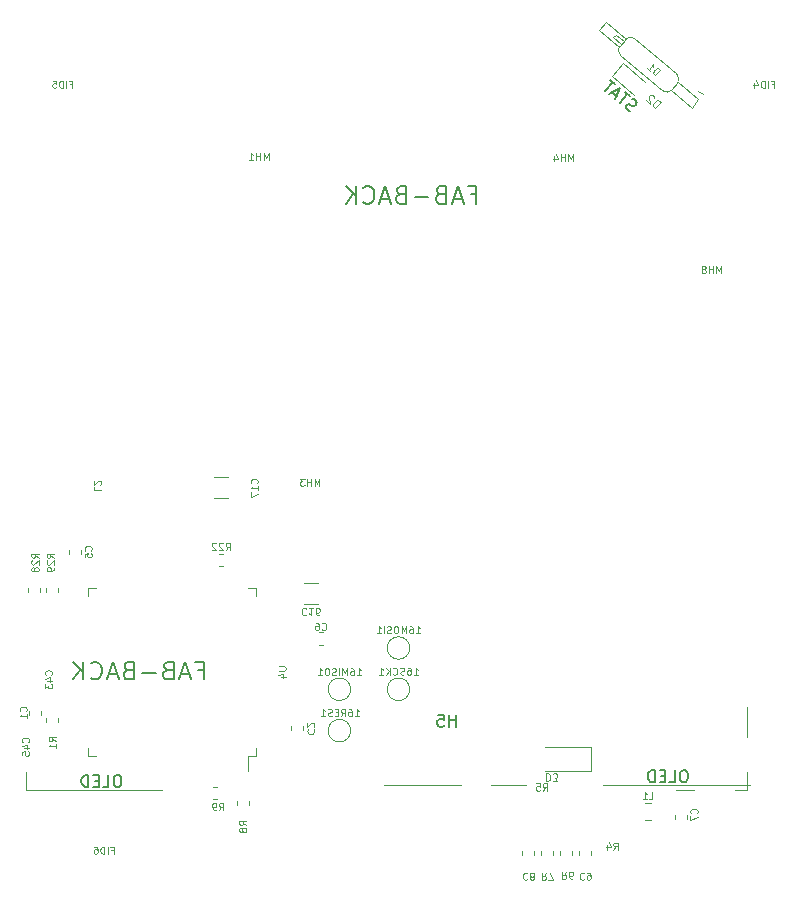
<source format=gbr>
G04 #@! TF.GenerationSoftware,KiCad,Pcbnew,7.0.7*
G04 #@! TF.CreationDate,2023-12-06T21:13:40-05:00*
G04 #@! TF.ProjectId,SARD_Motherboard,53415244-5f4d-46f7-9468-6572626f6172,rev?*
G04 #@! TF.SameCoordinates,Original*
G04 #@! TF.FileFunction,Legend,Bot*
G04 #@! TF.FilePolarity,Positive*
%FSLAX46Y46*%
G04 Gerber Fmt 4.6, Leading zero omitted, Abs format (unit mm)*
G04 Created by KiCad (PCBNEW 7.0.7) date 2023-12-06 21:13:40*
%MOMM*%
%LPD*%
G01*
G04 APERTURE LIST*
%ADD10C,0.120000*%
%ADD11C,0.150000*%
G04 APERTURE END LIST*
D10*
X118500000Y-136000000D02*
X123500000Y-136000000D01*
X179500000Y-129000000D02*
X179500000Y-131500000D01*
X179500000Y-134500000D02*
X179500000Y-136000000D01*
X130000000Y-136000000D02*
X123500000Y-136000000D01*
X118500000Y-136000000D02*
X118500000Y-134500000D01*
X179500000Y-136000000D02*
X178500000Y-136000000D01*
X160800000Y-135600000D02*
X157800000Y-135600000D01*
X155300000Y-135600000D02*
X148800000Y-135600000D01*
X175000000Y-136000000D02*
X173500000Y-136000000D01*
X179800000Y-135600000D02*
X167300000Y-135600000D01*
D11*
X174252380Y-134354819D02*
X174061904Y-134354819D01*
X174061904Y-134354819D02*
X173966666Y-134402438D01*
X173966666Y-134402438D02*
X173871428Y-134497676D01*
X173871428Y-134497676D02*
X173823809Y-134688152D01*
X173823809Y-134688152D02*
X173823809Y-135021485D01*
X173823809Y-135021485D02*
X173871428Y-135211961D01*
X173871428Y-135211961D02*
X173966666Y-135307200D01*
X173966666Y-135307200D02*
X174061904Y-135354819D01*
X174061904Y-135354819D02*
X174252380Y-135354819D01*
X174252380Y-135354819D02*
X174347618Y-135307200D01*
X174347618Y-135307200D02*
X174442856Y-135211961D01*
X174442856Y-135211961D02*
X174490475Y-135021485D01*
X174490475Y-135021485D02*
X174490475Y-134688152D01*
X174490475Y-134688152D02*
X174442856Y-134497676D01*
X174442856Y-134497676D02*
X174347618Y-134402438D01*
X174347618Y-134402438D02*
X174252380Y-134354819D01*
X172919047Y-135354819D02*
X173395237Y-135354819D01*
X173395237Y-135354819D02*
X173395237Y-134354819D01*
X172585713Y-134831009D02*
X172252380Y-134831009D01*
X172109523Y-135354819D02*
X172585713Y-135354819D01*
X172585713Y-135354819D02*
X172585713Y-134354819D01*
X172585713Y-134354819D02*
X172109523Y-134354819D01*
X171680951Y-135354819D02*
X171680951Y-134354819D01*
X171680951Y-134354819D02*
X171442856Y-134354819D01*
X171442856Y-134354819D02*
X171299999Y-134402438D01*
X171299999Y-134402438D02*
X171204761Y-134497676D01*
X171204761Y-134497676D02*
X171157142Y-134592914D01*
X171157142Y-134592914D02*
X171109523Y-134783390D01*
X171109523Y-134783390D02*
X171109523Y-134926247D01*
X171109523Y-134926247D02*
X171157142Y-135116723D01*
X171157142Y-135116723D02*
X171204761Y-135211961D01*
X171204761Y-135211961D02*
X171299999Y-135307200D01*
X171299999Y-135307200D02*
X171442856Y-135354819D01*
X171442856Y-135354819D02*
X171680951Y-135354819D01*
X133024999Y-125875414D02*
X133524999Y-125875414D01*
X133524999Y-126661128D02*
X133524999Y-125161128D01*
X133524999Y-125161128D02*
X132810713Y-125161128D01*
X132310713Y-126232557D02*
X131596428Y-126232557D01*
X132453570Y-126661128D02*
X131953570Y-125161128D01*
X131953570Y-125161128D02*
X131453570Y-126661128D01*
X130453571Y-125875414D02*
X130239285Y-125946842D01*
X130239285Y-125946842D02*
X130167856Y-126018271D01*
X130167856Y-126018271D02*
X130096428Y-126161128D01*
X130096428Y-126161128D02*
X130096428Y-126375414D01*
X130096428Y-126375414D02*
X130167856Y-126518271D01*
X130167856Y-126518271D02*
X130239285Y-126589700D01*
X130239285Y-126589700D02*
X130382142Y-126661128D01*
X130382142Y-126661128D02*
X130953571Y-126661128D01*
X130953571Y-126661128D02*
X130953571Y-125161128D01*
X130953571Y-125161128D02*
X130453571Y-125161128D01*
X130453571Y-125161128D02*
X130310714Y-125232557D01*
X130310714Y-125232557D02*
X130239285Y-125303985D01*
X130239285Y-125303985D02*
X130167856Y-125446842D01*
X130167856Y-125446842D02*
X130167856Y-125589700D01*
X130167856Y-125589700D02*
X130239285Y-125732557D01*
X130239285Y-125732557D02*
X130310714Y-125803985D01*
X130310714Y-125803985D02*
X130453571Y-125875414D01*
X130453571Y-125875414D02*
X130953571Y-125875414D01*
X129453571Y-126089700D02*
X128310714Y-126089700D01*
X127096428Y-125875414D02*
X126882142Y-125946842D01*
X126882142Y-125946842D02*
X126810713Y-126018271D01*
X126810713Y-126018271D02*
X126739285Y-126161128D01*
X126739285Y-126161128D02*
X126739285Y-126375414D01*
X126739285Y-126375414D02*
X126810713Y-126518271D01*
X126810713Y-126518271D02*
X126882142Y-126589700D01*
X126882142Y-126589700D02*
X127024999Y-126661128D01*
X127024999Y-126661128D02*
X127596428Y-126661128D01*
X127596428Y-126661128D02*
X127596428Y-125161128D01*
X127596428Y-125161128D02*
X127096428Y-125161128D01*
X127096428Y-125161128D02*
X126953571Y-125232557D01*
X126953571Y-125232557D02*
X126882142Y-125303985D01*
X126882142Y-125303985D02*
X126810713Y-125446842D01*
X126810713Y-125446842D02*
X126810713Y-125589700D01*
X126810713Y-125589700D02*
X126882142Y-125732557D01*
X126882142Y-125732557D02*
X126953571Y-125803985D01*
X126953571Y-125803985D02*
X127096428Y-125875414D01*
X127096428Y-125875414D02*
X127596428Y-125875414D01*
X126167856Y-126232557D02*
X125453571Y-126232557D01*
X126310713Y-126661128D02*
X125810713Y-125161128D01*
X125810713Y-125161128D02*
X125310713Y-126661128D01*
X123953571Y-126518271D02*
X124024999Y-126589700D01*
X124024999Y-126589700D02*
X124239285Y-126661128D01*
X124239285Y-126661128D02*
X124382142Y-126661128D01*
X124382142Y-126661128D02*
X124596428Y-126589700D01*
X124596428Y-126589700D02*
X124739285Y-126446842D01*
X124739285Y-126446842D02*
X124810714Y-126303985D01*
X124810714Y-126303985D02*
X124882142Y-126018271D01*
X124882142Y-126018271D02*
X124882142Y-125803985D01*
X124882142Y-125803985D02*
X124810714Y-125518271D01*
X124810714Y-125518271D02*
X124739285Y-125375414D01*
X124739285Y-125375414D02*
X124596428Y-125232557D01*
X124596428Y-125232557D02*
X124382142Y-125161128D01*
X124382142Y-125161128D02*
X124239285Y-125161128D01*
X124239285Y-125161128D02*
X124024999Y-125232557D01*
X124024999Y-125232557D02*
X123953571Y-125303985D01*
X123310714Y-126661128D02*
X123310714Y-125161128D01*
X122453571Y-126661128D02*
X123096428Y-125803985D01*
X122453571Y-125161128D02*
X123310714Y-126018271D01*
X156099999Y-85600414D02*
X156599999Y-85600414D01*
X156599999Y-86386128D02*
X156599999Y-84886128D01*
X156599999Y-84886128D02*
X155885713Y-84886128D01*
X155385713Y-85957557D02*
X154671428Y-85957557D01*
X155528570Y-86386128D02*
X155028570Y-84886128D01*
X155028570Y-84886128D02*
X154528570Y-86386128D01*
X153528571Y-85600414D02*
X153314285Y-85671842D01*
X153314285Y-85671842D02*
X153242856Y-85743271D01*
X153242856Y-85743271D02*
X153171428Y-85886128D01*
X153171428Y-85886128D02*
X153171428Y-86100414D01*
X153171428Y-86100414D02*
X153242856Y-86243271D01*
X153242856Y-86243271D02*
X153314285Y-86314700D01*
X153314285Y-86314700D02*
X153457142Y-86386128D01*
X153457142Y-86386128D02*
X154028571Y-86386128D01*
X154028571Y-86386128D02*
X154028571Y-84886128D01*
X154028571Y-84886128D02*
X153528571Y-84886128D01*
X153528571Y-84886128D02*
X153385714Y-84957557D01*
X153385714Y-84957557D02*
X153314285Y-85028985D01*
X153314285Y-85028985D02*
X153242856Y-85171842D01*
X153242856Y-85171842D02*
X153242856Y-85314700D01*
X153242856Y-85314700D02*
X153314285Y-85457557D01*
X153314285Y-85457557D02*
X153385714Y-85528985D01*
X153385714Y-85528985D02*
X153528571Y-85600414D01*
X153528571Y-85600414D02*
X154028571Y-85600414D01*
X152528571Y-85814700D02*
X151385714Y-85814700D01*
X150171428Y-85600414D02*
X149957142Y-85671842D01*
X149957142Y-85671842D02*
X149885713Y-85743271D01*
X149885713Y-85743271D02*
X149814285Y-85886128D01*
X149814285Y-85886128D02*
X149814285Y-86100414D01*
X149814285Y-86100414D02*
X149885713Y-86243271D01*
X149885713Y-86243271D02*
X149957142Y-86314700D01*
X149957142Y-86314700D02*
X150099999Y-86386128D01*
X150099999Y-86386128D02*
X150671428Y-86386128D01*
X150671428Y-86386128D02*
X150671428Y-84886128D01*
X150671428Y-84886128D02*
X150171428Y-84886128D01*
X150171428Y-84886128D02*
X150028571Y-84957557D01*
X150028571Y-84957557D02*
X149957142Y-85028985D01*
X149957142Y-85028985D02*
X149885713Y-85171842D01*
X149885713Y-85171842D02*
X149885713Y-85314700D01*
X149885713Y-85314700D02*
X149957142Y-85457557D01*
X149957142Y-85457557D02*
X150028571Y-85528985D01*
X150028571Y-85528985D02*
X150171428Y-85600414D01*
X150171428Y-85600414D02*
X150671428Y-85600414D01*
X149242856Y-85957557D02*
X148528571Y-85957557D01*
X149385713Y-86386128D02*
X148885713Y-84886128D01*
X148885713Y-84886128D02*
X148385713Y-86386128D01*
X147028571Y-86243271D02*
X147099999Y-86314700D01*
X147099999Y-86314700D02*
X147314285Y-86386128D01*
X147314285Y-86386128D02*
X147457142Y-86386128D01*
X147457142Y-86386128D02*
X147671428Y-86314700D01*
X147671428Y-86314700D02*
X147814285Y-86171842D01*
X147814285Y-86171842D02*
X147885714Y-86028985D01*
X147885714Y-86028985D02*
X147957142Y-85743271D01*
X147957142Y-85743271D02*
X147957142Y-85528985D01*
X147957142Y-85528985D02*
X147885714Y-85243271D01*
X147885714Y-85243271D02*
X147814285Y-85100414D01*
X147814285Y-85100414D02*
X147671428Y-84957557D01*
X147671428Y-84957557D02*
X147457142Y-84886128D01*
X147457142Y-84886128D02*
X147314285Y-84886128D01*
X147314285Y-84886128D02*
X147099999Y-84957557D01*
X147099999Y-84957557D02*
X147028571Y-85028985D01*
X146385714Y-86386128D02*
X146385714Y-84886128D01*
X145528571Y-86386128D02*
X146171428Y-85528985D01*
X145528571Y-84886128D02*
X146385714Y-85743271D01*
X126302380Y-134754819D02*
X126111904Y-134754819D01*
X126111904Y-134754819D02*
X126016666Y-134802438D01*
X126016666Y-134802438D02*
X125921428Y-134897676D01*
X125921428Y-134897676D02*
X125873809Y-135088152D01*
X125873809Y-135088152D02*
X125873809Y-135421485D01*
X125873809Y-135421485D02*
X125921428Y-135611961D01*
X125921428Y-135611961D02*
X126016666Y-135707200D01*
X126016666Y-135707200D02*
X126111904Y-135754819D01*
X126111904Y-135754819D02*
X126302380Y-135754819D01*
X126302380Y-135754819D02*
X126397618Y-135707200D01*
X126397618Y-135707200D02*
X126492856Y-135611961D01*
X126492856Y-135611961D02*
X126540475Y-135421485D01*
X126540475Y-135421485D02*
X126540475Y-135088152D01*
X126540475Y-135088152D02*
X126492856Y-134897676D01*
X126492856Y-134897676D02*
X126397618Y-134802438D01*
X126397618Y-134802438D02*
X126302380Y-134754819D01*
X124969047Y-135754819D02*
X125445237Y-135754819D01*
X125445237Y-135754819D02*
X125445237Y-134754819D01*
X124635713Y-135231009D02*
X124302380Y-135231009D01*
X124159523Y-135754819D02*
X124635713Y-135754819D01*
X124635713Y-135754819D02*
X124635713Y-134754819D01*
X124635713Y-134754819D02*
X124159523Y-134754819D01*
X123730951Y-135754819D02*
X123730951Y-134754819D01*
X123730951Y-134754819D02*
X123492856Y-134754819D01*
X123492856Y-134754819D02*
X123349999Y-134802438D01*
X123349999Y-134802438D02*
X123254761Y-134897676D01*
X123254761Y-134897676D02*
X123207142Y-134992914D01*
X123207142Y-134992914D02*
X123159523Y-135183390D01*
X123159523Y-135183390D02*
X123159523Y-135326247D01*
X123159523Y-135326247D02*
X123207142Y-135516723D01*
X123207142Y-135516723D02*
X123254761Y-135611961D01*
X123254761Y-135611961D02*
X123349999Y-135707200D01*
X123349999Y-135707200D02*
X123492856Y-135754819D01*
X123492856Y-135754819D02*
X123730951Y-135754819D01*
X154861904Y-130654819D02*
X154861904Y-129654819D01*
X154861904Y-130131009D02*
X154290476Y-130131009D01*
X154290476Y-130654819D02*
X154290476Y-129654819D01*
X153338095Y-129654819D02*
X153814285Y-129654819D01*
X153814285Y-129654819D02*
X153861904Y-130131009D01*
X153861904Y-130131009D02*
X153814285Y-130083390D01*
X153814285Y-130083390D02*
X153719047Y-130035771D01*
X153719047Y-130035771D02*
X153480952Y-130035771D01*
X153480952Y-130035771D02*
X153385714Y-130083390D01*
X153385714Y-130083390D02*
X153338095Y-130131009D01*
X153338095Y-130131009D02*
X153290476Y-130226247D01*
X153290476Y-130226247D02*
X153290476Y-130464342D01*
X153290476Y-130464342D02*
X153338095Y-130559580D01*
X153338095Y-130559580D02*
X153385714Y-130607200D01*
X153385714Y-130607200D02*
X153480952Y-130654819D01*
X153480952Y-130654819D02*
X153719047Y-130654819D01*
X153719047Y-130654819D02*
X153814285Y-130607200D01*
X153814285Y-130607200D02*
X153861904Y-130559580D01*
D10*
X123965188Y-115750000D02*
X123993760Y-115721428D01*
X123993760Y-115721428D02*
X124022331Y-115635714D01*
X124022331Y-115635714D02*
X124022331Y-115578571D01*
X124022331Y-115578571D02*
X123993760Y-115492857D01*
X123993760Y-115492857D02*
X123936617Y-115435714D01*
X123936617Y-115435714D02*
X123879474Y-115407143D01*
X123879474Y-115407143D02*
X123765188Y-115378571D01*
X123765188Y-115378571D02*
X123679474Y-115378571D01*
X123679474Y-115378571D02*
X123565188Y-115407143D01*
X123565188Y-115407143D02*
X123508045Y-115435714D01*
X123508045Y-115435714D02*
X123450902Y-115492857D01*
X123450902Y-115492857D02*
X123422331Y-115578571D01*
X123422331Y-115578571D02*
X123422331Y-115635714D01*
X123422331Y-115635714D02*
X123450902Y-115721428D01*
X123450902Y-115721428D02*
X123479474Y-115750000D01*
X123422331Y-116292857D02*
X123422331Y-116007143D01*
X123422331Y-116007143D02*
X123708045Y-115978571D01*
X123708045Y-115978571D02*
X123679474Y-116007143D01*
X123679474Y-116007143D02*
X123650902Y-116064286D01*
X123650902Y-116064286D02*
X123650902Y-116207143D01*
X123650902Y-116207143D02*
X123679474Y-116264286D01*
X123679474Y-116264286D02*
X123708045Y-116292857D01*
X123708045Y-116292857D02*
X123765188Y-116321428D01*
X123765188Y-116321428D02*
X123908045Y-116321428D01*
X123908045Y-116321428D02*
X123965188Y-116292857D01*
X123965188Y-116292857D02*
X123993760Y-116264286D01*
X123993760Y-116264286D02*
X124022331Y-116207143D01*
X124022331Y-116207143D02*
X124022331Y-116064286D01*
X124022331Y-116064286D02*
X123993760Y-116007143D01*
X123993760Y-116007143D02*
X123965188Y-115978571D01*
X177299999Y-92271331D02*
X177299999Y-91671331D01*
X177299999Y-91671331D02*
X177099999Y-92099902D01*
X177099999Y-92099902D02*
X176899999Y-91671331D01*
X176899999Y-91671331D02*
X176899999Y-92271331D01*
X176614285Y-92271331D02*
X176614285Y-91671331D01*
X176614285Y-91957045D02*
X176271428Y-91957045D01*
X176271428Y-92271331D02*
X176271428Y-91671331D01*
X175900000Y-91928474D02*
X175957143Y-91899902D01*
X175957143Y-91899902D02*
X175985714Y-91871331D01*
X175985714Y-91871331D02*
X176014286Y-91814188D01*
X176014286Y-91814188D02*
X176014286Y-91785617D01*
X176014286Y-91785617D02*
X175985714Y-91728474D01*
X175985714Y-91728474D02*
X175957143Y-91699902D01*
X175957143Y-91699902D02*
X175900000Y-91671331D01*
X175900000Y-91671331D02*
X175785714Y-91671331D01*
X175785714Y-91671331D02*
X175728572Y-91699902D01*
X175728572Y-91699902D02*
X175700000Y-91728474D01*
X175700000Y-91728474D02*
X175671429Y-91785617D01*
X175671429Y-91785617D02*
X175671429Y-91814188D01*
X175671429Y-91814188D02*
X175700000Y-91871331D01*
X175700000Y-91871331D02*
X175728572Y-91899902D01*
X175728572Y-91899902D02*
X175785714Y-91928474D01*
X175785714Y-91928474D02*
X175900000Y-91928474D01*
X175900000Y-91928474D02*
X175957143Y-91957045D01*
X175957143Y-91957045D02*
X175985714Y-91985617D01*
X175985714Y-91985617D02*
X176014286Y-92042760D01*
X176014286Y-92042760D02*
X176014286Y-92157045D01*
X176014286Y-92157045D02*
X175985714Y-92214188D01*
X175985714Y-92214188D02*
X175957143Y-92242760D01*
X175957143Y-92242760D02*
X175900000Y-92271331D01*
X175900000Y-92271331D02*
X175785714Y-92271331D01*
X175785714Y-92271331D02*
X175728572Y-92242760D01*
X175728572Y-92242760D02*
X175700000Y-92214188D01*
X175700000Y-92214188D02*
X175671429Y-92157045D01*
X175671429Y-92157045D02*
X175671429Y-92042760D01*
X175671429Y-92042760D02*
X175700000Y-91985617D01*
X175700000Y-91985617D02*
X175728572Y-91957045D01*
X175728572Y-91957045D02*
X175785714Y-91928474D01*
X164774999Y-82771331D02*
X164774999Y-82171331D01*
X164774999Y-82171331D02*
X164574999Y-82599902D01*
X164574999Y-82599902D02*
X164374999Y-82171331D01*
X164374999Y-82171331D02*
X164374999Y-82771331D01*
X164089285Y-82771331D02*
X164089285Y-82171331D01*
X164089285Y-82457045D02*
X163746428Y-82457045D01*
X163746428Y-82771331D02*
X163746428Y-82171331D01*
X163203572Y-82371331D02*
X163203572Y-82771331D01*
X163346429Y-82142760D02*
X163489286Y-82571331D01*
X163489286Y-82571331D02*
X163117857Y-82571331D01*
X143299999Y-110271331D02*
X143299999Y-109671331D01*
X143299999Y-109671331D02*
X143099999Y-110099902D01*
X143099999Y-110099902D02*
X142899999Y-109671331D01*
X142899999Y-109671331D02*
X142899999Y-110271331D01*
X142614285Y-110271331D02*
X142614285Y-109671331D01*
X142614285Y-109957045D02*
X142271428Y-109957045D01*
X142271428Y-110271331D02*
X142271428Y-109671331D01*
X142042857Y-109671331D02*
X141671429Y-109671331D01*
X141671429Y-109671331D02*
X141871429Y-109899902D01*
X141871429Y-109899902D02*
X141785714Y-109899902D01*
X141785714Y-109899902D02*
X141728572Y-109928474D01*
X141728572Y-109928474D02*
X141700000Y-109957045D01*
X141700000Y-109957045D02*
X141671429Y-110014188D01*
X141671429Y-110014188D02*
X141671429Y-110157045D01*
X141671429Y-110157045D02*
X141700000Y-110214188D01*
X141700000Y-110214188D02*
X141728572Y-110242760D01*
X141728572Y-110242760D02*
X141785714Y-110271331D01*
X141785714Y-110271331D02*
X141957143Y-110271331D01*
X141957143Y-110271331D02*
X142014286Y-110242760D01*
X142014286Y-110242760D02*
X142042857Y-110214188D01*
X138999999Y-82696331D02*
X138999999Y-82096331D01*
X138999999Y-82096331D02*
X138799999Y-82524902D01*
X138799999Y-82524902D02*
X138599999Y-82096331D01*
X138599999Y-82096331D02*
X138599999Y-82696331D01*
X138314285Y-82696331D02*
X138314285Y-82096331D01*
X138314285Y-82382045D02*
X137971428Y-82382045D01*
X137971428Y-82696331D02*
X137971428Y-82096331D01*
X137371429Y-82696331D02*
X137714286Y-82696331D01*
X137542857Y-82696331D02*
X137542857Y-82096331D01*
X137542857Y-82096331D02*
X137600000Y-82182045D01*
X137600000Y-82182045D02*
X137657143Y-82239188D01*
X137657143Y-82239188D02*
X137714286Y-82267760D01*
X143512499Y-122414188D02*
X143541071Y-122442760D01*
X143541071Y-122442760D02*
X143626785Y-122471331D01*
X143626785Y-122471331D02*
X143683928Y-122471331D01*
X143683928Y-122471331D02*
X143769642Y-122442760D01*
X143769642Y-122442760D02*
X143826785Y-122385617D01*
X143826785Y-122385617D02*
X143855356Y-122328474D01*
X143855356Y-122328474D02*
X143883928Y-122214188D01*
X143883928Y-122214188D02*
X143883928Y-122128474D01*
X143883928Y-122128474D02*
X143855356Y-122014188D01*
X143855356Y-122014188D02*
X143826785Y-121957045D01*
X143826785Y-121957045D02*
X143769642Y-121899902D01*
X143769642Y-121899902D02*
X143683928Y-121871331D01*
X143683928Y-121871331D02*
X143626785Y-121871331D01*
X143626785Y-121871331D02*
X143541071Y-121899902D01*
X143541071Y-121899902D02*
X143512499Y-121928474D01*
X142998214Y-121871331D02*
X143112499Y-121871331D01*
X143112499Y-121871331D02*
X143169642Y-121899902D01*
X143169642Y-121899902D02*
X143198214Y-121928474D01*
X143198214Y-121928474D02*
X143255356Y-122014188D01*
X143255356Y-122014188D02*
X143283928Y-122128474D01*
X143283928Y-122128474D02*
X143283928Y-122357045D01*
X143283928Y-122357045D02*
X143255356Y-122414188D01*
X143255356Y-122414188D02*
X143226785Y-122442760D01*
X143226785Y-122442760D02*
X143169642Y-122471331D01*
X143169642Y-122471331D02*
X143055356Y-122471331D01*
X143055356Y-122471331D02*
X142998214Y-122442760D01*
X142998214Y-122442760D02*
X142969642Y-122414188D01*
X142969642Y-122414188D02*
X142941071Y-122357045D01*
X142941071Y-122357045D02*
X142941071Y-122214188D01*
X142941071Y-122214188D02*
X142969642Y-122157045D01*
X142969642Y-122157045D02*
X142998214Y-122128474D01*
X142998214Y-122128474D02*
X143055356Y-122099902D01*
X143055356Y-122099902D02*
X143169642Y-122099902D01*
X143169642Y-122099902D02*
X143226785Y-122128474D01*
X143226785Y-122128474D02*
X143255356Y-122157045D01*
X143255356Y-122157045D02*
X143283928Y-122214188D01*
X118464188Y-129350000D02*
X118492760Y-129321428D01*
X118492760Y-129321428D02*
X118521331Y-129235714D01*
X118521331Y-129235714D02*
X118521331Y-129178571D01*
X118521331Y-129178571D02*
X118492760Y-129092857D01*
X118492760Y-129092857D02*
X118435617Y-129035714D01*
X118435617Y-129035714D02*
X118378474Y-129007143D01*
X118378474Y-129007143D02*
X118264188Y-128978571D01*
X118264188Y-128978571D02*
X118178474Y-128978571D01*
X118178474Y-128978571D02*
X118064188Y-129007143D01*
X118064188Y-129007143D02*
X118007045Y-129035714D01*
X118007045Y-129035714D02*
X117949902Y-129092857D01*
X117949902Y-129092857D02*
X117921331Y-129178571D01*
X117921331Y-129178571D02*
X117921331Y-129235714D01*
X117921331Y-129235714D02*
X117949902Y-129321428D01*
X117949902Y-129321428D02*
X117978474Y-129350000D01*
X118521331Y-129921428D02*
X118521331Y-129578571D01*
X118521331Y-129750000D02*
X117921331Y-129750000D01*
X117921331Y-129750000D02*
X118007045Y-129692857D01*
X118007045Y-129692857D02*
X118064188Y-129635714D01*
X118064188Y-129635714D02*
X118092760Y-129578571D01*
X175264188Y-138000000D02*
X175292760Y-137971428D01*
X175292760Y-137971428D02*
X175321331Y-137885714D01*
X175321331Y-137885714D02*
X175321331Y-137828571D01*
X175321331Y-137828571D02*
X175292760Y-137742857D01*
X175292760Y-137742857D02*
X175235617Y-137685714D01*
X175235617Y-137685714D02*
X175178474Y-137657143D01*
X175178474Y-137657143D02*
X175064188Y-137628571D01*
X175064188Y-137628571D02*
X174978474Y-137628571D01*
X174978474Y-137628571D02*
X174864188Y-137657143D01*
X174864188Y-137657143D02*
X174807045Y-137685714D01*
X174807045Y-137685714D02*
X174749902Y-137742857D01*
X174749902Y-137742857D02*
X174721331Y-137828571D01*
X174721331Y-137828571D02*
X174721331Y-137885714D01*
X174721331Y-137885714D02*
X174749902Y-137971428D01*
X174749902Y-137971428D02*
X174778474Y-138000000D01*
X174721331Y-138200000D02*
X174721331Y-138600000D01*
X174721331Y-138600000D02*
X175321331Y-138342857D01*
X142335811Y-130899999D02*
X142307240Y-130928571D01*
X142307240Y-130928571D02*
X142278668Y-131014285D01*
X142278668Y-131014285D02*
X142278668Y-131071428D01*
X142278668Y-131071428D02*
X142307240Y-131157142D01*
X142307240Y-131157142D02*
X142364382Y-131214285D01*
X142364382Y-131214285D02*
X142421525Y-131242856D01*
X142421525Y-131242856D02*
X142535811Y-131271428D01*
X142535811Y-131271428D02*
X142621525Y-131271428D01*
X142621525Y-131271428D02*
X142735811Y-131242856D01*
X142735811Y-131242856D02*
X142792954Y-131214285D01*
X142792954Y-131214285D02*
X142850097Y-131157142D01*
X142850097Y-131157142D02*
X142878668Y-131071428D01*
X142878668Y-131071428D02*
X142878668Y-131014285D01*
X142878668Y-131014285D02*
X142850097Y-130928571D01*
X142850097Y-130928571D02*
X142821525Y-130899999D01*
X142821525Y-130671428D02*
X142850097Y-130642856D01*
X142850097Y-130642856D02*
X142878668Y-130585714D01*
X142878668Y-130585714D02*
X142878668Y-130442856D01*
X142878668Y-130442856D02*
X142850097Y-130385714D01*
X142850097Y-130385714D02*
X142821525Y-130357142D01*
X142821525Y-130357142D02*
X142764382Y-130328571D01*
X142764382Y-130328571D02*
X142707240Y-130328571D01*
X142707240Y-130328571D02*
X142621525Y-130357142D01*
X142621525Y-130357142D02*
X142278668Y-130699999D01*
X142278668Y-130699999D02*
X142278668Y-130328571D01*
X138014188Y-110064285D02*
X138042760Y-110035713D01*
X138042760Y-110035713D02*
X138071331Y-109949999D01*
X138071331Y-109949999D02*
X138071331Y-109892856D01*
X138071331Y-109892856D02*
X138042760Y-109807142D01*
X138042760Y-109807142D02*
X137985617Y-109749999D01*
X137985617Y-109749999D02*
X137928474Y-109721428D01*
X137928474Y-109721428D02*
X137814188Y-109692856D01*
X137814188Y-109692856D02*
X137728474Y-109692856D01*
X137728474Y-109692856D02*
X137614188Y-109721428D01*
X137614188Y-109721428D02*
X137557045Y-109749999D01*
X137557045Y-109749999D02*
X137499902Y-109807142D01*
X137499902Y-109807142D02*
X137471331Y-109892856D01*
X137471331Y-109892856D02*
X137471331Y-109949999D01*
X137471331Y-109949999D02*
X137499902Y-110035713D01*
X137499902Y-110035713D02*
X137528474Y-110064285D01*
X138071331Y-110635713D02*
X138071331Y-110292856D01*
X138071331Y-110464285D02*
X137471331Y-110464285D01*
X137471331Y-110464285D02*
X137557045Y-110407142D01*
X137557045Y-110407142D02*
X137614188Y-110349999D01*
X137614188Y-110349999D02*
X137642760Y-110292856D01*
X137471331Y-110835714D02*
X137471331Y-111235714D01*
X137471331Y-111235714D02*
X138071331Y-110978571D01*
X120821331Y-116364285D02*
X120535617Y-116164285D01*
X120821331Y-116021428D02*
X120221331Y-116021428D01*
X120221331Y-116021428D02*
X120221331Y-116249999D01*
X120221331Y-116249999D02*
X120249902Y-116307142D01*
X120249902Y-116307142D02*
X120278474Y-116335713D01*
X120278474Y-116335713D02*
X120335617Y-116364285D01*
X120335617Y-116364285D02*
X120421331Y-116364285D01*
X120421331Y-116364285D02*
X120478474Y-116335713D01*
X120478474Y-116335713D02*
X120507045Y-116307142D01*
X120507045Y-116307142D02*
X120535617Y-116249999D01*
X120535617Y-116249999D02*
X120535617Y-116021428D01*
X120278474Y-116592856D02*
X120249902Y-116621428D01*
X120249902Y-116621428D02*
X120221331Y-116678571D01*
X120221331Y-116678571D02*
X120221331Y-116821428D01*
X120221331Y-116821428D02*
X120249902Y-116878571D01*
X120249902Y-116878571D02*
X120278474Y-116907142D01*
X120278474Y-116907142D02*
X120335617Y-116935713D01*
X120335617Y-116935713D02*
X120392760Y-116935713D01*
X120392760Y-116935713D02*
X120478474Y-116907142D01*
X120478474Y-116907142D02*
X120821331Y-116564285D01*
X120821331Y-116564285D02*
X120821331Y-116935713D01*
X120821331Y-117221428D02*
X120821331Y-117335714D01*
X120821331Y-117335714D02*
X120792760Y-117392857D01*
X120792760Y-117392857D02*
X120764188Y-117421428D01*
X120764188Y-117421428D02*
X120678474Y-117478571D01*
X120678474Y-117478571D02*
X120564188Y-117507142D01*
X120564188Y-117507142D02*
X120335617Y-117507142D01*
X120335617Y-117507142D02*
X120278474Y-117478571D01*
X120278474Y-117478571D02*
X120249902Y-117450000D01*
X120249902Y-117450000D02*
X120221331Y-117392857D01*
X120221331Y-117392857D02*
X120221331Y-117278571D01*
X120221331Y-117278571D02*
X120249902Y-117221428D01*
X120249902Y-117221428D02*
X120278474Y-117192857D01*
X120278474Y-117192857D02*
X120335617Y-117164285D01*
X120335617Y-117164285D02*
X120478474Y-117164285D01*
X120478474Y-117164285D02*
X120535617Y-117192857D01*
X120535617Y-117192857D02*
X120564188Y-117221428D01*
X120564188Y-117221428D02*
X120592760Y-117278571D01*
X120592760Y-117278571D02*
X120592760Y-117392857D01*
X120592760Y-117392857D02*
X120564188Y-117450000D01*
X120564188Y-117450000D02*
X120535617Y-117478571D01*
X120535617Y-117478571D02*
X120478474Y-117507142D01*
X135360714Y-115696331D02*
X135560714Y-115410617D01*
X135703571Y-115696331D02*
X135703571Y-115096331D01*
X135703571Y-115096331D02*
X135475000Y-115096331D01*
X135475000Y-115096331D02*
X135417857Y-115124902D01*
X135417857Y-115124902D02*
X135389286Y-115153474D01*
X135389286Y-115153474D02*
X135360714Y-115210617D01*
X135360714Y-115210617D02*
X135360714Y-115296331D01*
X135360714Y-115296331D02*
X135389286Y-115353474D01*
X135389286Y-115353474D02*
X135417857Y-115382045D01*
X135417857Y-115382045D02*
X135475000Y-115410617D01*
X135475000Y-115410617D02*
X135703571Y-115410617D01*
X135132143Y-115153474D02*
X135103571Y-115124902D01*
X135103571Y-115124902D02*
X135046429Y-115096331D01*
X135046429Y-115096331D02*
X134903571Y-115096331D01*
X134903571Y-115096331D02*
X134846429Y-115124902D01*
X134846429Y-115124902D02*
X134817857Y-115153474D01*
X134817857Y-115153474D02*
X134789286Y-115210617D01*
X134789286Y-115210617D02*
X134789286Y-115267760D01*
X134789286Y-115267760D02*
X134817857Y-115353474D01*
X134817857Y-115353474D02*
X135160714Y-115696331D01*
X135160714Y-115696331D02*
X134789286Y-115696331D01*
X134560714Y-115153474D02*
X134532142Y-115124902D01*
X134532142Y-115124902D02*
X134475000Y-115096331D01*
X134475000Y-115096331D02*
X134332142Y-115096331D01*
X134332142Y-115096331D02*
X134275000Y-115124902D01*
X134275000Y-115124902D02*
X134246428Y-115153474D01*
X134246428Y-115153474D02*
X134217857Y-115210617D01*
X134217857Y-115210617D02*
X134217857Y-115267760D01*
X134217857Y-115267760D02*
X134246428Y-115353474D01*
X134246428Y-115353474D02*
X134589285Y-115696331D01*
X134589285Y-115696331D02*
X134217857Y-115696331D01*
X134799999Y-137721331D02*
X134999999Y-137435617D01*
X135142856Y-137721331D02*
X135142856Y-137121331D01*
X135142856Y-137121331D02*
X134914285Y-137121331D01*
X134914285Y-137121331D02*
X134857142Y-137149902D01*
X134857142Y-137149902D02*
X134828571Y-137178474D01*
X134828571Y-137178474D02*
X134799999Y-137235617D01*
X134799999Y-137235617D02*
X134799999Y-137321331D01*
X134799999Y-137321331D02*
X134828571Y-137378474D01*
X134828571Y-137378474D02*
X134857142Y-137407045D01*
X134857142Y-137407045D02*
X134914285Y-137435617D01*
X134914285Y-137435617D02*
X135142856Y-137435617D01*
X134514285Y-137721331D02*
X134399999Y-137721331D01*
X134399999Y-137721331D02*
X134342856Y-137692760D01*
X134342856Y-137692760D02*
X134314285Y-137664188D01*
X134314285Y-137664188D02*
X134257142Y-137578474D01*
X134257142Y-137578474D02*
X134228571Y-137464188D01*
X134228571Y-137464188D02*
X134228571Y-137235617D01*
X134228571Y-137235617D02*
X134257142Y-137178474D01*
X134257142Y-137178474D02*
X134285714Y-137149902D01*
X134285714Y-137149902D02*
X134342856Y-137121331D01*
X134342856Y-137121331D02*
X134457142Y-137121331D01*
X134457142Y-137121331D02*
X134514285Y-137149902D01*
X134514285Y-137149902D02*
X134542856Y-137178474D01*
X134542856Y-137178474D02*
X134571428Y-137235617D01*
X134571428Y-137235617D02*
X134571428Y-137378474D01*
X134571428Y-137378474D02*
X134542856Y-137435617D01*
X134542856Y-137435617D02*
X134514285Y-137464188D01*
X134514285Y-137464188D02*
X134457142Y-137492760D01*
X134457142Y-137492760D02*
X134342856Y-137492760D01*
X134342856Y-137492760D02*
X134285714Y-137464188D01*
X134285714Y-137464188D02*
X134257142Y-137435617D01*
X134257142Y-137435617D02*
X134228571Y-137378474D01*
X137121331Y-139000000D02*
X136835617Y-138800000D01*
X137121331Y-138657143D02*
X136521331Y-138657143D01*
X136521331Y-138657143D02*
X136521331Y-138885714D01*
X136521331Y-138885714D02*
X136549902Y-138942857D01*
X136549902Y-138942857D02*
X136578474Y-138971428D01*
X136578474Y-138971428D02*
X136635617Y-139000000D01*
X136635617Y-139000000D02*
X136721331Y-139000000D01*
X136721331Y-139000000D02*
X136778474Y-138971428D01*
X136778474Y-138971428D02*
X136807045Y-138942857D01*
X136807045Y-138942857D02*
X136835617Y-138885714D01*
X136835617Y-138885714D02*
X136835617Y-138657143D01*
X136778474Y-139342857D02*
X136749902Y-139285714D01*
X136749902Y-139285714D02*
X136721331Y-139257143D01*
X136721331Y-139257143D02*
X136664188Y-139228571D01*
X136664188Y-139228571D02*
X136635617Y-139228571D01*
X136635617Y-139228571D02*
X136578474Y-139257143D01*
X136578474Y-139257143D02*
X136549902Y-139285714D01*
X136549902Y-139285714D02*
X136521331Y-139342857D01*
X136521331Y-139342857D02*
X136521331Y-139457143D01*
X136521331Y-139457143D02*
X136549902Y-139514286D01*
X136549902Y-139514286D02*
X136578474Y-139542857D01*
X136578474Y-139542857D02*
X136635617Y-139571428D01*
X136635617Y-139571428D02*
X136664188Y-139571428D01*
X136664188Y-139571428D02*
X136721331Y-139542857D01*
X136721331Y-139542857D02*
X136749902Y-139514286D01*
X136749902Y-139514286D02*
X136778474Y-139457143D01*
X136778474Y-139457143D02*
X136778474Y-139342857D01*
X136778474Y-139342857D02*
X136807045Y-139285714D01*
X136807045Y-139285714D02*
X136835617Y-139257143D01*
X136835617Y-139257143D02*
X136892760Y-139228571D01*
X136892760Y-139228571D02*
X137007045Y-139228571D01*
X137007045Y-139228571D02*
X137064188Y-139257143D01*
X137064188Y-139257143D02*
X137092760Y-139285714D01*
X137092760Y-139285714D02*
X137121331Y-139342857D01*
X137121331Y-139342857D02*
X137121331Y-139457143D01*
X137121331Y-139457143D02*
X137092760Y-139514286D01*
X137092760Y-139514286D02*
X137064188Y-139542857D01*
X137064188Y-139542857D02*
X137007045Y-139571428D01*
X137007045Y-139571428D02*
X136892760Y-139571428D01*
X136892760Y-139571428D02*
X136835617Y-139542857D01*
X136835617Y-139542857D02*
X136807045Y-139514286D01*
X136807045Y-139514286D02*
X136778474Y-139457143D01*
X162500000Y-143028668D02*
X162300000Y-143314382D01*
X162157143Y-143028668D02*
X162157143Y-143628668D01*
X162157143Y-143628668D02*
X162385714Y-143628668D01*
X162385714Y-143628668D02*
X162442857Y-143600097D01*
X162442857Y-143600097D02*
X162471428Y-143571525D01*
X162471428Y-143571525D02*
X162500000Y-143514382D01*
X162500000Y-143514382D02*
X162500000Y-143428668D01*
X162500000Y-143428668D02*
X162471428Y-143371525D01*
X162471428Y-143371525D02*
X162442857Y-143342954D01*
X162442857Y-143342954D02*
X162385714Y-143314382D01*
X162385714Y-143314382D02*
X162157143Y-143314382D01*
X162700000Y-143628668D02*
X163100000Y-143628668D01*
X163100000Y-143628668D02*
X162842857Y-143028668D01*
X164200000Y-142928668D02*
X164000000Y-143214382D01*
X163857143Y-142928668D02*
X163857143Y-143528668D01*
X163857143Y-143528668D02*
X164085714Y-143528668D01*
X164085714Y-143528668D02*
X164142857Y-143500097D01*
X164142857Y-143500097D02*
X164171428Y-143471525D01*
X164171428Y-143471525D02*
X164200000Y-143414382D01*
X164200000Y-143414382D02*
X164200000Y-143328668D01*
X164200000Y-143328668D02*
X164171428Y-143271525D01*
X164171428Y-143271525D02*
X164142857Y-143242954D01*
X164142857Y-143242954D02*
X164085714Y-143214382D01*
X164085714Y-143214382D02*
X163857143Y-143214382D01*
X164714286Y-143528668D02*
X164600000Y-143528668D01*
X164600000Y-143528668D02*
X164542857Y-143500097D01*
X164542857Y-143500097D02*
X164514286Y-143471525D01*
X164514286Y-143471525D02*
X164457143Y-143385811D01*
X164457143Y-143385811D02*
X164428571Y-143271525D01*
X164428571Y-143271525D02*
X164428571Y-143042954D01*
X164428571Y-143042954D02*
X164457143Y-142985811D01*
X164457143Y-142985811D02*
X164485714Y-142957240D01*
X164485714Y-142957240D02*
X164542857Y-142928668D01*
X164542857Y-142928668D02*
X164657143Y-142928668D01*
X164657143Y-142928668D02*
X164714286Y-142957240D01*
X164714286Y-142957240D02*
X164742857Y-142985811D01*
X164742857Y-142985811D02*
X164771428Y-143042954D01*
X164771428Y-143042954D02*
X164771428Y-143185811D01*
X164771428Y-143185811D02*
X164742857Y-143242954D01*
X164742857Y-143242954D02*
X164714286Y-143271525D01*
X164714286Y-143271525D02*
X164657143Y-143300097D01*
X164657143Y-143300097D02*
X164542857Y-143300097D01*
X164542857Y-143300097D02*
X164485714Y-143271525D01*
X164485714Y-143271525D02*
X164457143Y-143242954D01*
X164457143Y-143242954D02*
X164428571Y-143185811D01*
X162199999Y-136071331D02*
X162399999Y-135785617D01*
X162542856Y-136071331D02*
X162542856Y-135471331D01*
X162542856Y-135471331D02*
X162314285Y-135471331D01*
X162314285Y-135471331D02*
X162257142Y-135499902D01*
X162257142Y-135499902D02*
X162228571Y-135528474D01*
X162228571Y-135528474D02*
X162199999Y-135585617D01*
X162199999Y-135585617D02*
X162199999Y-135671331D01*
X162199999Y-135671331D02*
X162228571Y-135728474D01*
X162228571Y-135728474D02*
X162257142Y-135757045D01*
X162257142Y-135757045D02*
X162314285Y-135785617D01*
X162314285Y-135785617D02*
X162542856Y-135785617D01*
X161657142Y-135471331D02*
X161942856Y-135471331D01*
X161942856Y-135471331D02*
X161971428Y-135757045D01*
X161971428Y-135757045D02*
X161942856Y-135728474D01*
X161942856Y-135728474D02*
X161885714Y-135699902D01*
X161885714Y-135699902D02*
X161742856Y-135699902D01*
X161742856Y-135699902D02*
X161685714Y-135728474D01*
X161685714Y-135728474D02*
X161657142Y-135757045D01*
X161657142Y-135757045D02*
X161628571Y-135814188D01*
X161628571Y-135814188D02*
X161628571Y-135957045D01*
X161628571Y-135957045D02*
X161657142Y-136014188D01*
X161657142Y-136014188D02*
X161685714Y-136042760D01*
X161685714Y-136042760D02*
X161742856Y-136071331D01*
X161742856Y-136071331D02*
X161885714Y-136071331D01*
X161885714Y-136071331D02*
X161942856Y-136042760D01*
X161942856Y-136042760D02*
X161971428Y-136014188D01*
X168199999Y-141071331D02*
X168399999Y-140785617D01*
X168542856Y-141071331D02*
X168542856Y-140471331D01*
X168542856Y-140471331D02*
X168314285Y-140471331D01*
X168314285Y-140471331D02*
X168257142Y-140499902D01*
X168257142Y-140499902D02*
X168228571Y-140528474D01*
X168228571Y-140528474D02*
X168199999Y-140585617D01*
X168199999Y-140585617D02*
X168199999Y-140671331D01*
X168199999Y-140671331D02*
X168228571Y-140728474D01*
X168228571Y-140728474D02*
X168257142Y-140757045D01*
X168257142Y-140757045D02*
X168314285Y-140785617D01*
X168314285Y-140785617D02*
X168542856Y-140785617D01*
X167685714Y-140671331D02*
X167685714Y-141071331D01*
X167828571Y-140442760D02*
X167971428Y-140871331D01*
X167971428Y-140871331D02*
X167599999Y-140871331D01*
X120971331Y-131900000D02*
X120685617Y-131700000D01*
X120971331Y-131557143D02*
X120371331Y-131557143D01*
X120371331Y-131557143D02*
X120371331Y-131785714D01*
X120371331Y-131785714D02*
X120399902Y-131842857D01*
X120399902Y-131842857D02*
X120428474Y-131871428D01*
X120428474Y-131871428D02*
X120485617Y-131900000D01*
X120485617Y-131900000D02*
X120571331Y-131900000D01*
X120571331Y-131900000D02*
X120628474Y-131871428D01*
X120628474Y-131871428D02*
X120657045Y-131842857D01*
X120657045Y-131842857D02*
X120685617Y-131785714D01*
X120685617Y-131785714D02*
X120685617Y-131557143D01*
X120971331Y-132471428D02*
X120971331Y-132128571D01*
X120971331Y-132300000D02*
X120371331Y-132300000D01*
X120371331Y-132300000D02*
X120457045Y-132242857D01*
X120457045Y-132242857D02*
X120514188Y-132185714D01*
X120514188Y-132185714D02*
X120542760Y-132128571D01*
X165700000Y-143085811D02*
X165671428Y-143057240D01*
X165671428Y-143057240D02*
X165585714Y-143028668D01*
X165585714Y-143028668D02*
X165528571Y-143028668D01*
X165528571Y-143028668D02*
X165442857Y-143057240D01*
X165442857Y-143057240D02*
X165385714Y-143114382D01*
X165385714Y-143114382D02*
X165357143Y-143171525D01*
X165357143Y-143171525D02*
X165328571Y-143285811D01*
X165328571Y-143285811D02*
X165328571Y-143371525D01*
X165328571Y-143371525D02*
X165357143Y-143485811D01*
X165357143Y-143485811D02*
X165385714Y-143542954D01*
X165385714Y-143542954D02*
X165442857Y-143600097D01*
X165442857Y-143600097D02*
X165528571Y-143628668D01*
X165528571Y-143628668D02*
X165585714Y-143628668D01*
X165585714Y-143628668D02*
X165671428Y-143600097D01*
X165671428Y-143600097D02*
X165700000Y-143571525D01*
X165985714Y-143028668D02*
X166100000Y-143028668D01*
X166100000Y-143028668D02*
X166157143Y-143057240D01*
X166157143Y-143057240D02*
X166185714Y-143085811D01*
X166185714Y-143085811D02*
X166242857Y-143171525D01*
X166242857Y-143171525D02*
X166271428Y-143285811D01*
X166271428Y-143285811D02*
X166271428Y-143514382D01*
X166271428Y-143514382D02*
X166242857Y-143571525D01*
X166242857Y-143571525D02*
X166214286Y-143600097D01*
X166214286Y-143600097D02*
X166157143Y-143628668D01*
X166157143Y-143628668D02*
X166042857Y-143628668D01*
X166042857Y-143628668D02*
X165985714Y-143600097D01*
X165985714Y-143600097D02*
X165957143Y-143571525D01*
X165957143Y-143571525D02*
X165928571Y-143514382D01*
X165928571Y-143514382D02*
X165928571Y-143371525D01*
X165928571Y-143371525D02*
X165957143Y-143314382D01*
X165957143Y-143314382D02*
X165985714Y-143285811D01*
X165985714Y-143285811D02*
X166042857Y-143257240D01*
X166042857Y-143257240D02*
X166157143Y-143257240D01*
X166157143Y-143257240D02*
X166214286Y-143285811D01*
X166214286Y-143285811D02*
X166242857Y-143314382D01*
X166242857Y-143314382D02*
X166271428Y-143371525D01*
X124203668Y-110349999D02*
X124203668Y-110635713D01*
X124203668Y-110635713D02*
X124803668Y-110635713D01*
X124746525Y-110178571D02*
X124775097Y-110149999D01*
X124775097Y-110149999D02*
X124803668Y-110092857D01*
X124803668Y-110092857D02*
X124803668Y-109949999D01*
X124803668Y-109949999D02*
X124775097Y-109892857D01*
X124775097Y-109892857D02*
X124746525Y-109864285D01*
X124746525Y-109864285D02*
X124689382Y-109835714D01*
X124689382Y-109835714D02*
X124632240Y-109835714D01*
X124632240Y-109835714D02*
X124546525Y-109864285D01*
X124546525Y-109864285D02*
X124203668Y-110207142D01*
X124203668Y-110207142D02*
X124203668Y-109835714D01*
X125692856Y-141107045D02*
X125892856Y-141107045D01*
X125892856Y-141421331D02*
X125892856Y-140821331D01*
X125892856Y-140821331D02*
X125607142Y-140821331D01*
X125378570Y-141421331D02*
X125378570Y-140821331D01*
X125092856Y-141421331D02*
X125092856Y-140821331D01*
X125092856Y-140821331D02*
X124949999Y-140821331D01*
X124949999Y-140821331D02*
X124864285Y-140849902D01*
X124864285Y-140849902D02*
X124807142Y-140907045D01*
X124807142Y-140907045D02*
X124778571Y-140964188D01*
X124778571Y-140964188D02*
X124749999Y-141078474D01*
X124749999Y-141078474D02*
X124749999Y-141164188D01*
X124749999Y-141164188D02*
X124778571Y-141278474D01*
X124778571Y-141278474D02*
X124807142Y-141335617D01*
X124807142Y-141335617D02*
X124864285Y-141392760D01*
X124864285Y-141392760D02*
X124949999Y-141421331D01*
X124949999Y-141421331D02*
X125092856Y-141421331D01*
X124235714Y-140821331D02*
X124349999Y-140821331D01*
X124349999Y-140821331D02*
X124407142Y-140849902D01*
X124407142Y-140849902D02*
X124435714Y-140878474D01*
X124435714Y-140878474D02*
X124492856Y-140964188D01*
X124492856Y-140964188D02*
X124521428Y-141078474D01*
X124521428Y-141078474D02*
X124521428Y-141307045D01*
X124521428Y-141307045D02*
X124492856Y-141364188D01*
X124492856Y-141364188D02*
X124464285Y-141392760D01*
X124464285Y-141392760D02*
X124407142Y-141421331D01*
X124407142Y-141421331D02*
X124292856Y-141421331D01*
X124292856Y-141421331D02*
X124235714Y-141392760D01*
X124235714Y-141392760D02*
X124207142Y-141364188D01*
X124207142Y-141364188D02*
X124178571Y-141307045D01*
X124178571Y-141307045D02*
X124178571Y-141164188D01*
X124178571Y-141164188D02*
X124207142Y-141107045D01*
X124207142Y-141107045D02*
X124235714Y-141078474D01*
X124235714Y-141078474D02*
X124292856Y-141049902D01*
X124292856Y-141049902D02*
X124407142Y-141049902D01*
X124407142Y-141049902D02*
X124464285Y-141078474D01*
X124464285Y-141078474D02*
X124492856Y-141107045D01*
X124492856Y-141107045D02*
X124521428Y-141164188D01*
X122192856Y-76257045D02*
X122392856Y-76257045D01*
X122392856Y-76571331D02*
X122392856Y-75971331D01*
X122392856Y-75971331D02*
X122107142Y-75971331D01*
X121878570Y-76571331D02*
X121878570Y-75971331D01*
X121592856Y-76571331D02*
X121592856Y-75971331D01*
X121592856Y-75971331D02*
X121449999Y-75971331D01*
X121449999Y-75971331D02*
X121364285Y-75999902D01*
X121364285Y-75999902D02*
X121307142Y-76057045D01*
X121307142Y-76057045D02*
X121278571Y-76114188D01*
X121278571Y-76114188D02*
X121249999Y-76228474D01*
X121249999Y-76228474D02*
X121249999Y-76314188D01*
X121249999Y-76314188D02*
X121278571Y-76428474D01*
X121278571Y-76428474D02*
X121307142Y-76485617D01*
X121307142Y-76485617D02*
X121364285Y-76542760D01*
X121364285Y-76542760D02*
X121449999Y-76571331D01*
X121449999Y-76571331D02*
X121592856Y-76571331D01*
X120707142Y-75971331D02*
X120992856Y-75971331D01*
X120992856Y-75971331D02*
X121021428Y-76257045D01*
X121021428Y-76257045D02*
X120992856Y-76228474D01*
X120992856Y-76228474D02*
X120935714Y-76199902D01*
X120935714Y-76199902D02*
X120792856Y-76199902D01*
X120792856Y-76199902D02*
X120735714Y-76228474D01*
X120735714Y-76228474D02*
X120707142Y-76257045D01*
X120707142Y-76257045D02*
X120678571Y-76314188D01*
X120678571Y-76314188D02*
X120678571Y-76457045D01*
X120678571Y-76457045D02*
X120707142Y-76514188D01*
X120707142Y-76514188D02*
X120735714Y-76542760D01*
X120735714Y-76542760D02*
X120792856Y-76571331D01*
X120792856Y-76571331D02*
X120935714Y-76571331D01*
X120935714Y-76571331D02*
X120992856Y-76542760D01*
X120992856Y-76542760D02*
X121021428Y-76514188D01*
X181592856Y-76257045D02*
X181792856Y-76257045D01*
X181792856Y-76571331D02*
X181792856Y-75971331D01*
X181792856Y-75971331D02*
X181507142Y-75971331D01*
X181278570Y-76571331D02*
X181278570Y-75971331D01*
X180992856Y-76571331D02*
X180992856Y-75971331D01*
X180992856Y-75971331D02*
X180849999Y-75971331D01*
X180849999Y-75971331D02*
X180764285Y-75999902D01*
X180764285Y-75999902D02*
X180707142Y-76057045D01*
X180707142Y-76057045D02*
X180678571Y-76114188D01*
X180678571Y-76114188D02*
X180649999Y-76228474D01*
X180649999Y-76228474D02*
X180649999Y-76314188D01*
X180649999Y-76314188D02*
X180678571Y-76428474D01*
X180678571Y-76428474D02*
X180707142Y-76485617D01*
X180707142Y-76485617D02*
X180764285Y-76542760D01*
X180764285Y-76542760D02*
X180849999Y-76571331D01*
X180849999Y-76571331D02*
X180992856Y-76571331D01*
X180135714Y-76171331D02*
X180135714Y-76571331D01*
X180278571Y-75942760D02*
X180421428Y-76371331D01*
X180421428Y-76371331D02*
X180049999Y-76371331D01*
X162507143Y-134628668D02*
X162507143Y-135228668D01*
X162507143Y-135228668D02*
X162650000Y-135228668D01*
X162650000Y-135228668D02*
X162735714Y-135200097D01*
X162735714Y-135200097D02*
X162792857Y-135142954D01*
X162792857Y-135142954D02*
X162821428Y-135085811D01*
X162821428Y-135085811D02*
X162850000Y-134971525D01*
X162850000Y-134971525D02*
X162850000Y-134885811D01*
X162850000Y-134885811D02*
X162821428Y-134771525D01*
X162821428Y-134771525D02*
X162792857Y-134714382D01*
X162792857Y-134714382D02*
X162735714Y-134657240D01*
X162735714Y-134657240D02*
X162650000Y-134628668D01*
X162650000Y-134628668D02*
X162507143Y-134628668D01*
X163050000Y-135228668D02*
X163421428Y-135228668D01*
X163421428Y-135228668D02*
X163221428Y-135000097D01*
X163221428Y-135000097D02*
X163307143Y-135000097D01*
X163307143Y-135000097D02*
X163364286Y-134971525D01*
X163364286Y-134971525D02*
X163392857Y-134942954D01*
X163392857Y-134942954D02*
X163421428Y-134885811D01*
X163421428Y-134885811D02*
X163421428Y-134742954D01*
X163421428Y-134742954D02*
X163392857Y-134685811D01*
X163392857Y-134685811D02*
X163364286Y-134657240D01*
X163364286Y-134657240D02*
X163307143Y-134628668D01*
X163307143Y-134628668D02*
X163135714Y-134628668D01*
X163135714Y-134628668D02*
X163078571Y-134657240D01*
X163078571Y-134657240D02*
X163050000Y-134685811D01*
X171199999Y-136821331D02*
X171485713Y-136821331D01*
X171485713Y-136821331D02*
X171485713Y-136221331D01*
X170685714Y-136821331D02*
X171028571Y-136821331D01*
X170857142Y-136821331D02*
X170857142Y-136221331D01*
X170857142Y-136221331D02*
X170914285Y-136307045D01*
X170914285Y-136307045D02*
X170971428Y-136364188D01*
X170971428Y-136364188D02*
X171028571Y-136392760D01*
X118664188Y-131964285D02*
X118692760Y-131935713D01*
X118692760Y-131935713D02*
X118721331Y-131849999D01*
X118721331Y-131849999D02*
X118721331Y-131792856D01*
X118721331Y-131792856D02*
X118692760Y-131707142D01*
X118692760Y-131707142D02*
X118635617Y-131649999D01*
X118635617Y-131649999D02*
X118578474Y-131621428D01*
X118578474Y-131621428D02*
X118464188Y-131592856D01*
X118464188Y-131592856D02*
X118378474Y-131592856D01*
X118378474Y-131592856D02*
X118264188Y-131621428D01*
X118264188Y-131621428D02*
X118207045Y-131649999D01*
X118207045Y-131649999D02*
X118149902Y-131707142D01*
X118149902Y-131707142D02*
X118121331Y-131792856D01*
X118121331Y-131792856D02*
X118121331Y-131849999D01*
X118121331Y-131849999D02*
X118149902Y-131935713D01*
X118149902Y-131935713D02*
X118178474Y-131964285D01*
X118321331Y-132478571D02*
X118721331Y-132478571D01*
X118092760Y-132335713D02*
X118521331Y-132192856D01*
X118521331Y-132192856D02*
X118521331Y-132564285D01*
X118121331Y-133078571D02*
X118121331Y-132792857D01*
X118121331Y-132792857D02*
X118407045Y-132764285D01*
X118407045Y-132764285D02*
X118378474Y-132792857D01*
X118378474Y-132792857D02*
X118349902Y-132850000D01*
X118349902Y-132850000D02*
X118349902Y-132992857D01*
X118349902Y-132992857D02*
X118378474Y-133050000D01*
X118378474Y-133050000D02*
X118407045Y-133078571D01*
X118407045Y-133078571D02*
X118464188Y-133107142D01*
X118464188Y-133107142D02*
X118607045Y-133107142D01*
X118607045Y-133107142D02*
X118664188Y-133078571D01*
X118664188Y-133078571D02*
X118692760Y-133050000D01*
X118692760Y-133050000D02*
X118721331Y-132992857D01*
X118721331Y-132992857D02*
X118721331Y-132850000D01*
X118721331Y-132850000D02*
X118692760Y-132792857D01*
X118692760Y-132792857D02*
X118664188Y-132764285D01*
X120614188Y-126264285D02*
X120642760Y-126235713D01*
X120642760Y-126235713D02*
X120671331Y-126149999D01*
X120671331Y-126149999D02*
X120671331Y-126092856D01*
X120671331Y-126092856D02*
X120642760Y-126007142D01*
X120642760Y-126007142D02*
X120585617Y-125949999D01*
X120585617Y-125949999D02*
X120528474Y-125921428D01*
X120528474Y-125921428D02*
X120414188Y-125892856D01*
X120414188Y-125892856D02*
X120328474Y-125892856D01*
X120328474Y-125892856D02*
X120214188Y-125921428D01*
X120214188Y-125921428D02*
X120157045Y-125949999D01*
X120157045Y-125949999D02*
X120099902Y-126007142D01*
X120099902Y-126007142D02*
X120071331Y-126092856D01*
X120071331Y-126092856D02*
X120071331Y-126149999D01*
X120071331Y-126149999D02*
X120099902Y-126235713D01*
X120099902Y-126235713D02*
X120128474Y-126264285D01*
X120271331Y-126778571D02*
X120671331Y-126778571D01*
X120042760Y-126635713D02*
X120471331Y-126492856D01*
X120471331Y-126492856D02*
X120471331Y-126864285D01*
X120071331Y-127035714D02*
X120071331Y-127407142D01*
X120071331Y-127407142D02*
X120299902Y-127207142D01*
X120299902Y-127207142D02*
X120299902Y-127292857D01*
X120299902Y-127292857D02*
X120328474Y-127350000D01*
X120328474Y-127350000D02*
X120357045Y-127378571D01*
X120357045Y-127378571D02*
X120414188Y-127407142D01*
X120414188Y-127407142D02*
X120557045Y-127407142D01*
X120557045Y-127407142D02*
X120614188Y-127378571D01*
X120614188Y-127378571D02*
X120642760Y-127350000D01*
X120642760Y-127350000D02*
X120671331Y-127292857D01*
X120671331Y-127292857D02*
X120671331Y-127121428D01*
X120671331Y-127121428D02*
X120642760Y-127064285D01*
X120642760Y-127064285D02*
X120614188Y-127035714D01*
X142174285Y-120685811D02*
X142145713Y-120657240D01*
X142145713Y-120657240D02*
X142059999Y-120628668D01*
X142059999Y-120628668D02*
X142002856Y-120628668D01*
X142002856Y-120628668D02*
X141917142Y-120657240D01*
X141917142Y-120657240D02*
X141859999Y-120714382D01*
X141859999Y-120714382D02*
X141831428Y-120771525D01*
X141831428Y-120771525D02*
X141802856Y-120885811D01*
X141802856Y-120885811D02*
X141802856Y-120971525D01*
X141802856Y-120971525D02*
X141831428Y-121085811D01*
X141831428Y-121085811D02*
X141859999Y-121142954D01*
X141859999Y-121142954D02*
X141917142Y-121200097D01*
X141917142Y-121200097D02*
X142002856Y-121228668D01*
X142002856Y-121228668D02*
X142059999Y-121228668D01*
X142059999Y-121228668D02*
X142145713Y-121200097D01*
X142145713Y-121200097D02*
X142174285Y-121171525D01*
X142745713Y-120628668D02*
X142402856Y-120628668D01*
X142574285Y-120628668D02*
X142574285Y-121228668D01*
X142574285Y-121228668D02*
X142517142Y-121142954D01*
X142517142Y-121142954D02*
X142459999Y-121085811D01*
X142459999Y-121085811D02*
X142402856Y-121057240D01*
X143260000Y-121228668D02*
X143145714Y-121228668D01*
X143145714Y-121228668D02*
X143088571Y-121200097D01*
X143088571Y-121200097D02*
X143060000Y-121171525D01*
X143060000Y-121171525D02*
X143002857Y-121085811D01*
X143002857Y-121085811D02*
X142974285Y-120971525D01*
X142974285Y-120971525D02*
X142974285Y-120742954D01*
X142974285Y-120742954D02*
X143002857Y-120685811D01*
X143002857Y-120685811D02*
X143031428Y-120657240D01*
X143031428Y-120657240D02*
X143088571Y-120628668D01*
X143088571Y-120628668D02*
X143202857Y-120628668D01*
X143202857Y-120628668D02*
X143260000Y-120657240D01*
X143260000Y-120657240D02*
X143288571Y-120685811D01*
X143288571Y-120685811D02*
X143317142Y-120742954D01*
X143317142Y-120742954D02*
X143317142Y-120885811D01*
X143317142Y-120885811D02*
X143288571Y-120942954D01*
X143288571Y-120942954D02*
X143260000Y-120971525D01*
X143260000Y-120971525D02*
X143202857Y-121000097D01*
X143202857Y-121000097D02*
X143088571Y-121000097D01*
X143088571Y-121000097D02*
X143031428Y-120971525D01*
X143031428Y-120971525D02*
X143002857Y-120942954D01*
X143002857Y-120942954D02*
X142974285Y-120885811D01*
X160900000Y-143085811D02*
X160871428Y-143057240D01*
X160871428Y-143057240D02*
X160785714Y-143028668D01*
X160785714Y-143028668D02*
X160728571Y-143028668D01*
X160728571Y-143028668D02*
X160642857Y-143057240D01*
X160642857Y-143057240D02*
X160585714Y-143114382D01*
X160585714Y-143114382D02*
X160557143Y-143171525D01*
X160557143Y-143171525D02*
X160528571Y-143285811D01*
X160528571Y-143285811D02*
X160528571Y-143371525D01*
X160528571Y-143371525D02*
X160557143Y-143485811D01*
X160557143Y-143485811D02*
X160585714Y-143542954D01*
X160585714Y-143542954D02*
X160642857Y-143600097D01*
X160642857Y-143600097D02*
X160728571Y-143628668D01*
X160728571Y-143628668D02*
X160785714Y-143628668D01*
X160785714Y-143628668D02*
X160871428Y-143600097D01*
X160871428Y-143600097D02*
X160900000Y-143571525D01*
X161242857Y-143371525D02*
X161185714Y-143400097D01*
X161185714Y-143400097D02*
X161157143Y-143428668D01*
X161157143Y-143428668D02*
X161128571Y-143485811D01*
X161128571Y-143485811D02*
X161128571Y-143514382D01*
X161128571Y-143514382D02*
X161157143Y-143571525D01*
X161157143Y-143571525D02*
X161185714Y-143600097D01*
X161185714Y-143600097D02*
X161242857Y-143628668D01*
X161242857Y-143628668D02*
X161357143Y-143628668D01*
X161357143Y-143628668D02*
X161414286Y-143600097D01*
X161414286Y-143600097D02*
X161442857Y-143571525D01*
X161442857Y-143571525D02*
X161471428Y-143514382D01*
X161471428Y-143514382D02*
X161471428Y-143485811D01*
X161471428Y-143485811D02*
X161442857Y-143428668D01*
X161442857Y-143428668D02*
X161414286Y-143400097D01*
X161414286Y-143400097D02*
X161357143Y-143371525D01*
X161357143Y-143371525D02*
X161242857Y-143371525D01*
X161242857Y-143371525D02*
X161185714Y-143342954D01*
X161185714Y-143342954D02*
X161157143Y-143314382D01*
X161157143Y-143314382D02*
X161128571Y-143257240D01*
X161128571Y-143257240D02*
X161128571Y-143142954D01*
X161128571Y-143142954D02*
X161157143Y-143085811D01*
X161157143Y-143085811D02*
X161185714Y-143057240D01*
X161185714Y-143057240D02*
X161242857Y-143028668D01*
X161242857Y-143028668D02*
X161357143Y-143028668D01*
X161357143Y-143028668D02*
X161414286Y-143057240D01*
X161414286Y-143057240D02*
X161442857Y-143085811D01*
X161442857Y-143085811D02*
X161471428Y-143142954D01*
X161471428Y-143142954D02*
X161471428Y-143257240D01*
X161471428Y-143257240D02*
X161442857Y-143314382D01*
X161442857Y-143314382D02*
X161414286Y-143342954D01*
X161414286Y-143342954D02*
X161357143Y-143371525D01*
X119521331Y-116364285D02*
X119235617Y-116164285D01*
X119521331Y-116021428D02*
X118921331Y-116021428D01*
X118921331Y-116021428D02*
X118921331Y-116249999D01*
X118921331Y-116249999D02*
X118949902Y-116307142D01*
X118949902Y-116307142D02*
X118978474Y-116335713D01*
X118978474Y-116335713D02*
X119035617Y-116364285D01*
X119035617Y-116364285D02*
X119121331Y-116364285D01*
X119121331Y-116364285D02*
X119178474Y-116335713D01*
X119178474Y-116335713D02*
X119207045Y-116307142D01*
X119207045Y-116307142D02*
X119235617Y-116249999D01*
X119235617Y-116249999D02*
X119235617Y-116021428D01*
X118978474Y-116592856D02*
X118949902Y-116621428D01*
X118949902Y-116621428D02*
X118921331Y-116678571D01*
X118921331Y-116678571D02*
X118921331Y-116821428D01*
X118921331Y-116821428D02*
X118949902Y-116878571D01*
X118949902Y-116878571D02*
X118978474Y-116907142D01*
X118978474Y-116907142D02*
X119035617Y-116935713D01*
X119035617Y-116935713D02*
X119092760Y-116935713D01*
X119092760Y-116935713D02*
X119178474Y-116907142D01*
X119178474Y-116907142D02*
X119521331Y-116564285D01*
X119521331Y-116564285D02*
X119521331Y-116935713D01*
X119178474Y-117278571D02*
X119149902Y-117221428D01*
X119149902Y-117221428D02*
X119121331Y-117192857D01*
X119121331Y-117192857D02*
X119064188Y-117164285D01*
X119064188Y-117164285D02*
X119035617Y-117164285D01*
X119035617Y-117164285D02*
X118978474Y-117192857D01*
X118978474Y-117192857D02*
X118949902Y-117221428D01*
X118949902Y-117221428D02*
X118921331Y-117278571D01*
X118921331Y-117278571D02*
X118921331Y-117392857D01*
X118921331Y-117392857D02*
X118949902Y-117450000D01*
X118949902Y-117450000D02*
X118978474Y-117478571D01*
X118978474Y-117478571D02*
X119035617Y-117507142D01*
X119035617Y-117507142D02*
X119064188Y-117507142D01*
X119064188Y-117507142D02*
X119121331Y-117478571D01*
X119121331Y-117478571D02*
X119149902Y-117450000D01*
X119149902Y-117450000D02*
X119178474Y-117392857D01*
X119178474Y-117392857D02*
X119178474Y-117278571D01*
X119178474Y-117278571D02*
X119207045Y-117221428D01*
X119207045Y-117221428D02*
X119235617Y-117192857D01*
X119235617Y-117192857D02*
X119292760Y-117164285D01*
X119292760Y-117164285D02*
X119407045Y-117164285D01*
X119407045Y-117164285D02*
X119464188Y-117192857D01*
X119464188Y-117192857D02*
X119492760Y-117221428D01*
X119492760Y-117221428D02*
X119521331Y-117278571D01*
X119521331Y-117278571D02*
X119521331Y-117392857D01*
X119521331Y-117392857D02*
X119492760Y-117450000D01*
X119492760Y-117450000D02*
X119464188Y-117478571D01*
X119464188Y-117478571D02*
X119407045Y-117507142D01*
X119407045Y-117507142D02*
X119292760Y-117507142D01*
X119292760Y-117507142D02*
X119235617Y-117478571D01*
X119235617Y-117478571D02*
X119207045Y-117450000D01*
X119207045Y-117450000D02*
X119178474Y-117392857D01*
X139846331Y-125567857D02*
X140332045Y-125567857D01*
X140332045Y-125567857D02*
X140389188Y-125596428D01*
X140389188Y-125596428D02*
X140417760Y-125625000D01*
X140417760Y-125625000D02*
X140446331Y-125682142D01*
X140446331Y-125682142D02*
X140446331Y-125796428D01*
X140446331Y-125796428D02*
X140417760Y-125853571D01*
X140417760Y-125853571D02*
X140389188Y-125882142D01*
X140389188Y-125882142D02*
X140332045Y-125910714D01*
X140332045Y-125910714D02*
X139846331Y-125910714D01*
X140046331Y-126453571D02*
X140446331Y-126453571D01*
X139817760Y-126310713D02*
X140246331Y-126167856D01*
X140246331Y-126167856D02*
X140246331Y-126539285D01*
X171746467Y-78311160D02*
X172196418Y-77774929D01*
X172196418Y-77774929D02*
X172068744Y-77667797D01*
X172068744Y-77667797D02*
X171970713Y-77629054D01*
X171970713Y-77629054D02*
X171876791Y-77637271D01*
X171876791Y-77637271D02*
X171808404Y-77666914D01*
X171808404Y-77666914D02*
X171697164Y-77747627D01*
X171697164Y-77747627D02*
X171632885Y-77824231D01*
X171632885Y-77824231D02*
X171572715Y-77947797D01*
X171572715Y-77947797D02*
X171555397Y-78020293D01*
X171555397Y-78020293D02*
X171563615Y-78114215D01*
X171563615Y-78114215D02*
X171618793Y-78204029D01*
X171618793Y-78204029D02*
X171746467Y-78311160D01*
X171642869Y-77397473D02*
X171638761Y-77350512D01*
X171638761Y-77350512D02*
X171609117Y-77282125D01*
X171609117Y-77282125D02*
X171481443Y-77174994D01*
X171481443Y-77174994D02*
X171408947Y-77157676D01*
X171408947Y-77157676D02*
X171361986Y-77161784D01*
X171361986Y-77161784D02*
X171293599Y-77191428D01*
X171293599Y-77191428D02*
X171250747Y-77242497D01*
X171250747Y-77242497D02*
X171212003Y-77340528D01*
X171212003Y-77340528D02*
X171261305Y-77904061D01*
X171261305Y-77904061D02*
X170929353Y-77625520D01*
D11*
X169639330Y-78565103D02*
X169499286Y-78509754D01*
X169499286Y-78509754D02*
X169316895Y-78356710D01*
X169316895Y-78356710D02*
X169274547Y-78259014D01*
X169274547Y-78259014D02*
X169268678Y-78191926D01*
X169268678Y-78191926D02*
X169293417Y-78088361D01*
X169293417Y-78088361D02*
X169354635Y-78015404D01*
X169354635Y-78015404D02*
X169452331Y-77973057D01*
X169452331Y-77973057D02*
X169519419Y-77967187D01*
X169519419Y-77967187D02*
X169622984Y-77991927D01*
X169622984Y-77991927D02*
X169799506Y-78077884D01*
X169799506Y-78077884D02*
X169903072Y-78102624D01*
X169903072Y-78102624D02*
X169970159Y-78096754D01*
X169970159Y-78096754D02*
X170067855Y-78054407D01*
X170067855Y-78054407D02*
X170129073Y-77981450D01*
X170129073Y-77981450D02*
X170153813Y-77877885D01*
X170153813Y-77877885D02*
X170147943Y-77810797D01*
X170147943Y-77810797D02*
X170105596Y-77713101D01*
X170105596Y-77713101D02*
X169923204Y-77560056D01*
X169923204Y-77560056D02*
X169783160Y-77504708D01*
X169594899Y-77284576D02*
X169157160Y-76917269D01*
X168733242Y-77866967D02*
X169376029Y-77100922D01*
X168479156Y-77280790D02*
X168114372Y-76974700D01*
X168368459Y-77560877D02*
X168755898Y-76580570D01*
X168755898Y-76580570D02*
X167857762Y-77132352D01*
X168354637Y-76243872D02*
X167916897Y-75876565D01*
X167492979Y-76826263D02*
X168135767Y-76060218D01*
D10*
X171744397Y-75508677D02*
X172130070Y-75049051D01*
X172130070Y-75049051D02*
X172020635Y-74957224D01*
X172020635Y-74957224D02*
X171936608Y-74924015D01*
X171936608Y-74924015D02*
X171856104Y-74931058D01*
X171856104Y-74931058D02*
X171797486Y-74956467D01*
X171797486Y-74956467D02*
X171702138Y-75025649D01*
X171702138Y-75025649D02*
X171647041Y-75091310D01*
X171647041Y-75091310D02*
X171595467Y-75197223D01*
X171595467Y-75197223D02*
X171580623Y-75259363D01*
X171580623Y-75259363D02*
X171587667Y-75339867D01*
X171587667Y-75339867D02*
X171634962Y-75416851D01*
X171634962Y-75416851D02*
X171744397Y-75508677D01*
X171044014Y-74920986D02*
X171306657Y-75141370D01*
X171175335Y-75031178D02*
X171561008Y-74571551D01*
X171561008Y-74571551D02*
X171549686Y-74673943D01*
X171549686Y-74673943D02*
X171556729Y-74754448D01*
X171556729Y-74754448D02*
X171582138Y-74813065D01*
X146307143Y-129771331D02*
X146650000Y-129771331D01*
X146478571Y-129771331D02*
X146478571Y-129171331D01*
X146478571Y-129171331D02*
X146535714Y-129257045D01*
X146535714Y-129257045D02*
X146592857Y-129314188D01*
X146592857Y-129314188D02*
X146650000Y-129342760D01*
X145792857Y-129171331D02*
X145907142Y-129171331D01*
X145907142Y-129171331D02*
X145964285Y-129199902D01*
X145964285Y-129199902D02*
X145992857Y-129228474D01*
X145992857Y-129228474D02*
X146049999Y-129314188D01*
X146049999Y-129314188D02*
X146078571Y-129428474D01*
X146078571Y-129428474D02*
X146078571Y-129657045D01*
X146078571Y-129657045D02*
X146049999Y-129714188D01*
X146049999Y-129714188D02*
X146021428Y-129742760D01*
X146021428Y-129742760D02*
X145964285Y-129771331D01*
X145964285Y-129771331D02*
X145849999Y-129771331D01*
X145849999Y-129771331D02*
X145792857Y-129742760D01*
X145792857Y-129742760D02*
X145764285Y-129714188D01*
X145764285Y-129714188D02*
X145735714Y-129657045D01*
X145735714Y-129657045D02*
X145735714Y-129514188D01*
X145735714Y-129514188D02*
X145764285Y-129457045D01*
X145764285Y-129457045D02*
X145792857Y-129428474D01*
X145792857Y-129428474D02*
X145849999Y-129399902D01*
X145849999Y-129399902D02*
X145964285Y-129399902D01*
X145964285Y-129399902D02*
X146021428Y-129428474D01*
X146021428Y-129428474D02*
X146049999Y-129457045D01*
X146049999Y-129457045D02*
X146078571Y-129514188D01*
X145135713Y-129771331D02*
X145335713Y-129485617D01*
X145478570Y-129771331D02*
X145478570Y-129171331D01*
X145478570Y-129171331D02*
X145249999Y-129171331D01*
X145249999Y-129171331D02*
X145192856Y-129199902D01*
X145192856Y-129199902D02*
X145164285Y-129228474D01*
X145164285Y-129228474D02*
X145135713Y-129285617D01*
X145135713Y-129285617D02*
X145135713Y-129371331D01*
X145135713Y-129371331D02*
X145164285Y-129428474D01*
X145164285Y-129428474D02*
X145192856Y-129457045D01*
X145192856Y-129457045D02*
X145249999Y-129485617D01*
X145249999Y-129485617D02*
X145478570Y-129485617D01*
X144878570Y-129457045D02*
X144678570Y-129457045D01*
X144592856Y-129771331D02*
X144878570Y-129771331D01*
X144878570Y-129771331D02*
X144878570Y-129171331D01*
X144878570Y-129171331D02*
X144592856Y-129171331D01*
X144364285Y-129742760D02*
X144278571Y-129771331D01*
X144278571Y-129771331D02*
X144135713Y-129771331D01*
X144135713Y-129771331D02*
X144078571Y-129742760D01*
X144078571Y-129742760D02*
X144049999Y-129714188D01*
X144049999Y-129714188D02*
X144021428Y-129657045D01*
X144021428Y-129657045D02*
X144021428Y-129599902D01*
X144021428Y-129599902D02*
X144049999Y-129542760D01*
X144049999Y-129542760D02*
X144078571Y-129514188D01*
X144078571Y-129514188D02*
X144135713Y-129485617D01*
X144135713Y-129485617D02*
X144249999Y-129457045D01*
X144249999Y-129457045D02*
X144307142Y-129428474D01*
X144307142Y-129428474D02*
X144335713Y-129399902D01*
X144335713Y-129399902D02*
X144364285Y-129342760D01*
X144364285Y-129342760D02*
X144364285Y-129285617D01*
X144364285Y-129285617D02*
X144335713Y-129228474D01*
X144335713Y-129228474D02*
X144307142Y-129199902D01*
X144307142Y-129199902D02*
X144249999Y-129171331D01*
X144249999Y-129171331D02*
X144107142Y-129171331D01*
X144107142Y-129171331D02*
X144021428Y-129199902D01*
X143449999Y-129771331D02*
X143792856Y-129771331D01*
X143621427Y-129771331D02*
X143621427Y-129171331D01*
X143621427Y-129171331D02*
X143678570Y-129257045D01*
X143678570Y-129257045D02*
X143735713Y-129314188D01*
X143735713Y-129314188D02*
X143792856Y-129342760D01*
X146485714Y-126321331D02*
X146828571Y-126321331D01*
X146657142Y-126321331D02*
X146657142Y-125721331D01*
X146657142Y-125721331D02*
X146714285Y-125807045D01*
X146714285Y-125807045D02*
X146771428Y-125864188D01*
X146771428Y-125864188D02*
X146828571Y-125892760D01*
X145971428Y-125721331D02*
X146085713Y-125721331D01*
X146085713Y-125721331D02*
X146142856Y-125749902D01*
X146142856Y-125749902D02*
X146171428Y-125778474D01*
X146171428Y-125778474D02*
X146228570Y-125864188D01*
X146228570Y-125864188D02*
X146257142Y-125978474D01*
X146257142Y-125978474D02*
X146257142Y-126207045D01*
X146257142Y-126207045D02*
X146228570Y-126264188D01*
X146228570Y-126264188D02*
X146199999Y-126292760D01*
X146199999Y-126292760D02*
X146142856Y-126321331D01*
X146142856Y-126321331D02*
X146028570Y-126321331D01*
X146028570Y-126321331D02*
X145971428Y-126292760D01*
X145971428Y-126292760D02*
X145942856Y-126264188D01*
X145942856Y-126264188D02*
X145914285Y-126207045D01*
X145914285Y-126207045D02*
X145914285Y-126064188D01*
X145914285Y-126064188D02*
X145942856Y-126007045D01*
X145942856Y-126007045D02*
X145971428Y-125978474D01*
X145971428Y-125978474D02*
X146028570Y-125949902D01*
X146028570Y-125949902D02*
X146142856Y-125949902D01*
X146142856Y-125949902D02*
X146199999Y-125978474D01*
X146199999Y-125978474D02*
X146228570Y-126007045D01*
X146228570Y-126007045D02*
X146257142Y-126064188D01*
X145657141Y-126321331D02*
X145657141Y-125721331D01*
X145657141Y-125721331D02*
X145457141Y-126149902D01*
X145457141Y-126149902D02*
X145257141Y-125721331D01*
X145257141Y-125721331D02*
X145257141Y-126321331D01*
X144971427Y-126321331D02*
X144971427Y-125721331D01*
X144714285Y-126292760D02*
X144628571Y-126321331D01*
X144628571Y-126321331D02*
X144485713Y-126321331D01*
X144485713Y-126321331D02*
X144428571Y-126292760D01*
X144428571Y-126292760D02*
X144399999Y-126264188D01*
X144399999Y-126264188D02*
X144371428Y-126207045D01*
X144371428Y-126207045D02*
X144371428Y-126149902D01*
X144371428Y-126149902D02*
X144399999Y-126092760D01*
X144399999Y-126092760D02*
X144428571Y-126064188D01*
X144428571Y-126064188D02*
X144485713Y-126035617D01*
X144485713Y-126035617D02*
X144599999Y-126007045D01*
X144599999Y-126007045D02*
X144657142Y-125978474D01*
X144657142Y-125978474D02*
X144685713Y-125949902D01*
X144685713Y-125949902D02*
X144714285Y-125892760D01*
X144714285Y-125892760D02*
X144714285Y-125835617D01*
X144714285Y-125835617D02*
X144685713Y-125778474D01*
X144685713Y-125778474D02*
X144657142Y-125749902D01*
X144657142Y-125749902D02*
X144599999Y-125721331D01*
X144599999Y-125721331D02*
X144457142Y-125721331D01*
X144457142Y-125721331D02*
X144371428Y-125749902D01*
X143999999Y-125721331D02*
X143885713Y-125721331D01*
X143885713Y-125721331D02*
X143828570Y-125749902D01*
X143828570Y-125749902D02*
X143771427Y-125807045D01*
X143771427Y-125807045D02*
X143742856Y-125921331D01*
X143742856Y-125921331D02*
X143742856Y-126121331D01*
X143742856Y-126121331D02*
X143771427Y-126235617D01*
X143771427Y-126235617D02*
X143828570Y-126292760D01*
X143828570Y-126292760D02*
X143885713Y-126321331D01*
X143885713Y-126321331D02*
X143999999Y-126321331D01*
X143999999Y-126321331D02*
X144057142Y-126292760D01*
X144057142Y-126292760D02*
X144114284Y-126235617D01*
X144114284Y-126235617D02*
X144142856Y-126121331D01*
X144142856Y-126121331D02*
X144142856Y-125921331D01*
X144142856Y-125921331D02*
X144114284Y-125807045D01*
X144114284Y-125807045D02*
X144057142Y-125749902D01*
X144057142Y-125749902D02*
X143999999Y-125721331D01*
X143171428Y-126321331D02*
X143514285Y-126321331D01*
X143342856Y-126321331D02*
X143342856Y-125721331D01*
X143342856Y-125721331D02*
X143399999Y-125807045D01*
X143399999Y-125807045D02*
X143457142Y-125864188D01*
X143457142Y-125864188D02*
X143514285Y-125892760D01*
X151485714Y-122771331D02*
X151828571Y-122771331D01*
X151657142Y-122771331D02*
X151657142Y-122171331D01*
X151657142Y-122171331D02*
X151714285Y-122257045D01*
X151714285Y-122257045D02*
X151771428Y-122314188D01*
X151771428Y-122314188D02*
X151828571Y-122342760D01*
X150971428Y-122171331D02*
X151085713Y-122171331D01*
X151085713Y-122171331D02*
X151142856Y-122199902D01*
X151142856Y-122199902D02*
X151171428Y-122228474D01*
X151171428Y-122228474D02*
X151228570Y-122314188D01*
X151228570Y-122314188D02*
X151257142Y-122428474D01*
X151257142Y-122428474D02*
X151257142Y-122657045D01*
X151257142Y-122657045D02*
X151228570Y-122714188D01*
X151228570Y-122714188D02*
X151199999Y-122742760D01*
X151199999Y-122742760D02*
X151142856Y-122771331D01*
X151142856Y-122771331D02*
X151028570Y-122771331D01*
X151028570Y-122771331D02*
X150971428Y-122742760D01*
X150971428Y-122742760D02*
X150942856Y-122714188D01*
X150942856Y-122714188D02*
X150914285Y-122657045D01*
X150914285Y-122657045D02*
X150914285Y-122514188D01*
X150914285Y-122514188D02*
X150942856Y-122457045D01*
X150942856Y-122457045D02*
X150971428Y-122428474D01*
X150971428Y-122428474D02*
X151028570Y-122399902D01*
X151028570Y-122399902D02*
X151142856Y-122399902D01*
X151142856Y-122399902D02*
X151199999Y-122428474D01*
X151199999Y-122428474D02*
X151228570Y-122457045D01*
X151228570Y-122457045D02*
X151257142Y-122514188D01*
X150657141Y-122771331D02*
X150657141Y-122171331D01*
X150657141Y-122171331D02*
X150457141Y-122599902D01*
X150457141Y-122599902D02*
X150257141Y-122171331D01*
X150257141Y-122171331D02*
X150257141Y-122771331D01*
X149857142Y-122171331D02*
X149742856Y-122171331D01*
X149742856Y-122171331D02*
X149685713Y-122199902D01*
X149685713Y-122199902D02*
X149628570Y-122257045D01*
X149628570Y-122257045D02*
X149599999Y-122371331D01*
X149599999Y-122371331D02*
X149599999Y-122571331D01*
X149599999Y-122571331D02*
X149628570Y-122685617D01*
X149628570Y-122685617D02*
X149685713Y-122742760D01*
X149685713Y-122742760D02*
X149742856Y-122771331D01*
X149742856Y-122771331D02*
X149857142Y-122771331D01*
X149857142Y-122771331D02*
X149914285Y-122742760D01*
X149914285Y-122742760D02*
X149971427Y-122685617D01*
X149971427Y-122685617D02*
X149999999Y-122571331D01*
X149999999Y-122571331D02*
X149999999Y-122371331D01*
X149999999Y-122371331D02*
X149971427Y-122257045D01*
X149971427Y-122257045D02*
X149914285Y-122199902D01*
X149914285Y-122199902D02*
X149857142Y-122171331D01*
X149371428Y-122742760D02*
X149285714Y-122771331D01*
X149285714Y-122771331D02*
X149142856Y-122771331D01*
X149142856Y-122771331D02*
X149085714Y-122742760D01*
X149085714Y-122742760D02*
X149057142Y-122714188D01*
X149057142Y-122714188D02*
X149028571Y-122657045D01*
X149028571Y-122657045D02*
X149028571Y-122599902D01*
X149028571Y-122599902D02*
X149057142Y-122542760D01*
X149057142Y-122542760D02*
X149085714Y-122514188D01*
X149085714Y-122514188D02*
X149142856Y-122485617D01*
X149142856Y-122485617D02*
X149257142Y-122457045D01*
X149257142Y-122457045D02*
X149314285Y-122428474D01*
X149314285Y-122428474D02*
X149342856Y-122399902D01*
X149342856Y-122399902D02*
X149371428Y-122342760D01*
X149371428Y-122342760D02*
X149371428Y-122285617D01*
X149371428Y-122285617D02*
X149342856Y-122228474D01*
X149342856Y-122228474D02*
X149314285Y-122199902D01*
X149314285Y-122199902D02*
X149257142Y-122171331D01*
X149257142Y-122171331D02*
X149114285Y-122171331D01*
X149114285Y-122171331D02*
X149028571Y-122199902D01*
X148771427Y-122771331D02*
X148771427Y-122171331D01*
X148171428Y-122771331D02*
X148514285Y-122771331D01*
X148342856Y-122771331D02*
X148342856Y-122171331D01*
X148342856Y-122171331D02*
X148399999Y-122257045D01*
X148399999Y-122257045D02*
X148457142Y-122314188D01*
X148457142Y-122314188D02*
X148514285Y-122342760D01*
X151285715Y-126271331D02*
X151628572Y-126271331D01*
X151457143Y-126271331D02*
X151457143Y-125671331D01*
X151457143Y-125671331D02*
X151514286Y-125757045D01*
X151514286Y-125757045D02*
X151571429Y-125814188D01*
X151571429Y-125814188D02*
X151628572Y-125842760D01*
X150771429Y-125671331D02*
X150885714Y-125671331D01*
X150885714Y-125671331D02*
X150942857Y-125699902D01*
X150942857Y-125699902D02*
X150971429Y-125728474D01*
X150971429Y-125728474D02*
X151028571Y-125814188D01*
X151028571Y-125814188D02*
X151057143Y-125928474D01*
X151057143Y-125928474D02*
X151057143Y-126157045D01*
X151057143Y-126157045D02*
X151028571Y-126214188D01*
X151028571Y-126214188D02*
X151000000Y-126242760D01*
X151000000Y-126242760D02*
X150942857Y-126271331D01*
X150942857Y-126271331D02*
X150828571Y-126271331D01*
X150828571Y-126271331D02*
X150771429Y-126242760D01*
X150771429Y-126242760D02*
X150742857Y-126214188D01*
X150742857Y-126214188D02*
X150714286Y-126157045D01*
X150714286Y-126157045D02*
X150714286Y-126014188D01*
X150714286Y-126014188D02*
X150742857Y-125957045D01*
X150742857Y-125957045D02*
X150771429Y-125928474D01*
X150771429Y-125928474D02*
X150828571Y-125899902D01*
X150828571Y-125899902D02*
X150942857Y-125899902D01*
X150942857Y-125899902D02*
X151000000Y-125928474D01*
X151000000Y-125928474D02*
X151028571Y-125957045D01*
X151028571Y-125957045D02*
X151057143Y-126014188D01*
X150485714Y-126242760D02*
X150400000Y-126271331D01*
X150400000Y-126271331D02*
X150257142Y-126271331D01*
X150257142Y-126271331D02*
X150200000Y-126242760D01*
X150200000Y-126242760D02*
X150171428Y-126214188D01*
X150171428Y-126214188D02*
X150142857Y-126157045D01*
X150142857Y-126157045D02*
X150142857Y-126099902D01*
X150142857Y-126099902D02*
X150171428Y-126042760D01*
X150171428Y-126042760D02*
X150200000Y-126014188D01*
X150200000Y-126014188D02*
X150257142Y-125985617D01*
X150257142Y-125985617D02*
X150371428Y-125957045D01*
X150371428Y-125957045D02*
X150428571Y-125928474D01*
X150428571Y-125928474D02*
X150457142Y-125899902D01*
X150457142Y-125899902D02*
X150485714Y-125842760D01*
X150485714Y-125842760D02*
X150485714Y-125785617D01*
X150485714Y-125785617D02*
X150457142Y-125728474D01*
X150457142Y-125728474D02*
X150428571Y-125699902D01*
X150428571Y-125699902D02*
X150371428Y-125671331D01*
X150371428Y-125671331D02*
X150228571Y-125671331D01*
X150228571Y-125671331D02*
X150142857Y-125699902D01*
X149542856Y-126214188D02*
X149571428Y-126242760D01*
X149571428Y-126242760D02*
X149657142Y-126271331D01*
X149657142Y-126271331D02*
X149714285Y-126271331D01*
X149714285Y-126271331D02*
X149799999Y-126242760D01*
X149799999Y-126242760D02*
X149857142Y-126185617D01*
X149857142Y-126185617D02*
X149885713Y-126128474D01*
X149885713Y-126128474D02*
X149914285Y-126014188D01*
X149914285Y-126014188D02*
X149914285Y-125928474D01*
X149914285Y-125928474D02*
X149885713Y-125814188D01*
X149885713Y-125814188D02*
X149857142Y-125757045D01*
X149857142Y-125757045D02*
X149799999Y-125699902D01*
X149799999Y-125699902D02*
X149714285Y-125671331D01*
X149714285Y-125671331D02*
X149657142Y-125671331D01*
X149657142Y-125671331D02*
X149571428Y-125699902D01*
X149571428Y-125699902D02*
X149542856Y-125728474D01*
X149285713Y-126271331D02*
X149285713Y-125671331D01*
X148942856Y-126271331D02*
X149199999Y-125928474D01*
X148942856Y-125671331D02*
X149285713Y-126014188D01*
X148371428Y-126271331D02*
X148714285Y-126271331D01*
X148542856Y-126271331D02*
X148542856Y-125671331D01*
X148542856Y-125671331D02*
X148599999Y-125757045D01*
X148599999Y-125757045D02*
X148657142Y-125814188D01*
X148657142Y-125814188D02*
X148714285Y-125842760D01*
X122065000Y-116012779D02*
X122065000Y-115687221D01*
X123085000Y-116012779D02*
X123085000Y-115687221D01*
X143575279Y-123710000D02*
X143249721Y-123710000D01*
X143575279Y-122690000D02*
X143249721Y-122690000D01*
X118690000Y-129662779D02*
X118690000Y-129337221D01*
X119710000Y-129662779D02*
X119710000Y-129337221D01*
X174410000Y-138159420D02*
X174410000Y-138440580D01*
X173390000Y-138159420D02*
X173390000Y-138440580D01*
X141910000Y-130637221D02*
X141910000Y-130962779D01*
X140890000Y-130637221D02*
X140890000Y-130962779D01*
X135602064Y-111310000D02*
X134397936Y-111310000D01*
X135602064Y-109490000D02*
X134397936Y-109490000D01*
X120140000Y-119262779D02*
X120140000Y-118937221D01*
X121160000Y-119262779D02*
X121160000Y-118937221D01*
X135137779Y-117035000D02*
X134812221Y-117035000D01*
X135137779Y-116015000D02*
X134812221Y-116015000D01*
X134662779Y-136810000D02*
X134337221Y-136810000D01*
X134662779Y-135790000D02*
X134337221Y-135790000D01*
X136290000Y-137312779D02*
X136290000Y-136987221D01*
X137310000Y-137312779D02*
X137310000Y-136987221D01*
X162090000Y-141512779D02*
X162090000Y-141187221D01*
X163110000Y-141512779D02*
X163110000Y-141187221D01*
X163690000Y-141497779D02*
X163690000Y-141172221D01*
X164710000Y-141497779D02*
X164710000Y-141172221D01*
X120190000Y-130262779D02*
X120190000Y-129937221D01*
X121210000Y-130262779D02*
X121210000Y-129937221D01*
X166310000Y-141197221D02*
X166310000Y-141522779D01*
X165290000Y-141197221D02*
X165290000Y-141522779D01*
X166320000Y-134400000D02*
X162420000Y-134400000D01*
X166320000Y-132400000D02*
X166320000Y-134400000D01*
X166320000Y-132400000D02*
X162420000Y-132400000D01*
X171361252Y-138560000D02*
X170838748Y-138560000D01*
X171361252Y-137140000D02*
X170838748Y-137140000D01*
X141957936Y-118490000D02*
X143162064Y-118490000D01*
X141957936Y-120310000D02*
X143162064Y-120310000D01*
X161510000Y-141187221D02*
X161510000Y-141512779D01*
X160490000Y-141187221D02*
X160490000Y-141512779D01*
X118590000Y-119262779D02*
X118590000Y-118937221D01*
X119610000Y-119262779D02*
X119610000Y-118937221D01*
X137935000Y-118915000D02*
X137235000Y-118915000D01*
X123715000Y-118915000D02*
X124415000Y-118915000D01*
X137935000Y-119615000D02*
X137935000Y-118915000D01*
X123715000Y-119615000D02*
X123715000Y-118915000D01*
X137935000Y-132435000D02*
X137935000Y-133135000D01*
X123715000Y-132435000D02*
X123715000Y-133135000D01*
X137935000Y-133135000D02*
X137235000Y-133135000D01*
X137235000Y-133135000D02*
X137235000Y-134425000D01*
X123715000Y-133135000D02*
X124415000Y-133135000D01*
X169020815Y-74464930D02*
X170905284Y-76046187D01*
X168075917Y-75591015D02*
X169020815Y-74464930D01*
X169960387Y-77172273D02*
X168075917Y-75591015D01*
X175739988Y-77136500D02*
X175356965Y-76815106D01*
X172412069Y-76824318D02*
X168773358Y-73771077D01*
X169930376Y-72392197D02*
X173569087Y-75445438D01*
X174807946Y-78247264D02*
X173084346Y-76800992D01*
X173084346Y-76800992D02*
X173662854Y-76111552D01*
X173662854Y-76111552D02*
X175386454Y-77557824D01*
X175386454Y-77557824D02*
X174807946Y-78247264D01*
X168679590Y-73104963D02*
X166955990Y-71658691D01*
X166955990Y-71658691D02*
X167534499Y-70969251D01*
X167534499Y-70969251D02*
X169258099Y-72415523D01*
X169258099Y-72415523D02*
X168679590Y-73104963D01*
X169065263Y-72645337D02*
X168375823Y-72066828D01*
X168375823Y-72066828D02*
X168182986Y-72296641D01*
X168182986Y-72296641D02*
X168872427Y-72875151D01*
X168872427Y-72875151D02*
X169065263Y-72645337D01*
X172412069Y-76824317D02*
G75*
G03*
X173116485Y-76762690I321394J383022D01*
G01*
X173630716Y-76149855D02*
G75*
G03*
X173569087Y-75445438I-383025J321394D01*
G01*
X168711730Y-73066662D02*
G75*
G03*
X168773359Y-73771076I383022J-321393D01*
G01*
X169930376Y-72392197D02*
G75*
G03*
X169225959Y-72453826I-321394J-383022D01*
G01*
X145950000Y-131000000D02*
G75*
G03*
X145950000Y-131000000I-950000J0D01*
G01*
X145950000Y-127500000D02*
G75*
G03*
X145950000Y-127500000I-950000J0D01*
G01*
X150950000Y-124000000D02*
G75*
G03*
X150950000Y-124000000I-950000J0D01*
G01*
X150950000Y-127500000D02*
G75*
G03*
X150950000Y-127500000I-950000J0D01*
G01*
M02*

</source>
